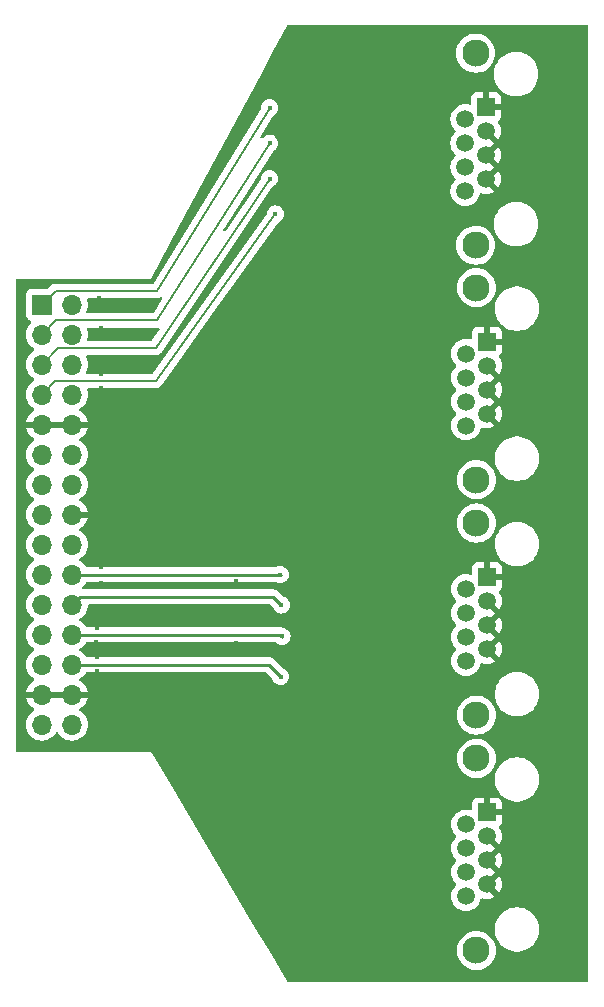
<source format=gbr>
%TF.GenerationSoftware,KiCad,Pcbnew,8.0.5-8.0.5-0~ubuntu22.04.1*%
%TF.CreationDate,2024-10-05T08:55:46-07:00*%
%TF.ProjectId,pmod_ethernet_la,706d6f64-5f65-4746-9865-726e65745f6c,rev?*%
%TF.SameCoordinates,Original*%
%TF.FileFunction,Copper,L4,Bot*%
%TF.FilePolarity,Positive*%
%FSLAX46Y46*%
G04 Gerber Fmt 4.6, Leading zero omitted, Abs format (unit mm)*
G04 Created by KiCad (PCBNEW 8.0.5-8.0.5-0~ubuntu22.04.1) date 2024-10-05 08:55:46*
%MOMM*%
%LPD*%
G01*
G04 APERTURE LIST*
%TA.AperFunction,ComponentPad*%
%ADD10R,1.700000X1.700000*%
%TD*%
%TA.AperFunction,ComponentPad*%
%ADD11O,1.700000X1.700000*%
%TD*%
%TA.AperFunction,ComponentPad*%
%ADD12R,1.500000X1.500000*%
%TD*%
%TA.AperFunction,ComponentPad*%
%ADD13C,1.500000*%
%TD*%
%TA.AperFunction,ComponentPad*%
%ADD14C,2.300000*%
%TD*%
%TA.AperFunction,ViaPad*%
%ADD15C,0.450000*%
%TD*%
%TA.AperFunction,Conductor*%
%ADD16C,0.250000*%
%TD*%
%TA.AperFunction,Conductor*%
%ADD17C,0.200000*%
%TD*%
G04 APERTURE END LIST*
D10*
%TO.P,J102,1,Pin_1*%
%TO.N,/a.DATA_3*%
X85725000Y-99160000D03*
D11*
%TO.P,J102,2,Pin_2*%
%TO.N,/d.DATA_3*%
X88265000Y-99160000D03*
%TO.P,J102,3,Pin_3*%
%TO.N,/a.DATA_2*%
X85725000Y-101700000D03*
%TO.P,J102,4,Pin_4*%
%TO.N,/d.DATA_2*%
X88265000Y-101700000D03*
%TO.P,J102,5,Pin_5*%
%TO.N,/a.DATA_1*%
X85725000Y-104240000D03*
%TO.P,J102,6,Pin_6*%
%TO.N,/d.DATA_1*%
X88265000Y-104240000D03*
%TO.P,J102,7,Pin_7*%
%TO.N,/a.DATA_0*%
X85725000Y-106780000D03*
%TO.P,J102,8,Pin_8*%
%TO.N,/d.DATA_0*%
X88265000Y-106780000D03*
%TO.P,J102,9,Pin_9*%
%TO.N,GND*%
X85725000Y-109320000D03*
%TO.P,J102,10,Pin_10*%
X88265000Y-109320000D03*
%TO.P,J102,11,Pin_11*%
%TO.N,unconnected-(J102-Pin_11-Pad11)*%
X85725000Y-111860000D03*
%TO.P,J102,12,Pin_12*%
%TO.N,unconnected-(J102-Pin_12-Pad12)*%
X88265000Y-111860000D03*
%TO.P,J102,13,Pin_13*%
%TO.N,/UFL_3*%
X85725000Y-114400000D03*
%TO.P,J102,14,Pin_14*%
%TO.N,/UFL_2*%
X88265000Y-114400000D03*
%TO.P,J102,15,Pin_15*%
%TO.N,unconnected-(J102-Pin_15-Pad15)*%
X85725000Y-116940000D03*
%TO.P,J102,16,Pin_16*%
%TO.N,GND*%
X88265000Y-116940000D03*
%TO.P,J102,17,Pin_17*%
%TO.N,/UFL_1*%
X85725000Y-119480000D03*
%TO.P,J102,18,Pin_18*%
%TO.N,/UFL_0*%
X88265000Y-119480000D03*
%TO.P,J102,19,Pin_19*%
%TO.N,/b.DATA_3*%
X85725000Y-122020000D03*
%TO.P,J102,20,Pin_20*%
%TO.N,/c.DATA_3*%
X88265000Y-122020000D03*
%TO.P,J102,21,Pin_21*%
%TO.N,/b.DATA_2*%
X85725000Y-124560000D03*
%TO.P,J102,22,Pin_22*%
%TO.N,/c.DATA_2*%
X88265000Y-124560000D03*
%TO.P,J102,23,Pin_23*%
%TO.N,/b.DATA_1*%
X85725000Y-127100000D03*
%TO.P,J102,24,Pin_24*%
%TO.N,/c.DATA_1*%
X88265000Y-127100000D03*
%TO.P,J102,25,Pin_25*%
%TO.N,/b.DATA_0*%
X85725000Y-129640000D03*
%TO.P,J102,26,Pin_26*%
%TO.N,/c.DATA_0*%
X88265000Y-129640000D03*
%TO.P,J102,27,Pin_27*%
%TO.N,GND*%
X85725000Y-132180000D03*
%TO.P,J102,28,Pin_28*%
X88265000Y-132180000D03*
%TO.P,J102,29,Pin_29*%
%TO.N,unconnected-(J102-Pin_29-Pad29)*%
X85725000Y-134720000D03*
%TO.P,J102,30,Pin_30*%
%TO.N,unconnected-(J102-Pin_30-Pad30)*%
X88265000Y-134720000D03*
%TD*%
D12*
%TO.P,J501,1*%
%TO.N,GND*%
X123415000Y-102290001D03*
D13*
%TO.P,J501,2*%
%TO.N,Net-(J501-Pad2)*%
X121635000Y-103306001D03*
%TO.P,J501,3*%
%TO.N,GND*%
X123415000Y-104322001D03*
%TO.P,J501,4*%
%TO.N,Net-(J501-Pad4)*%
X121635000Y-105338001D03*
%TO.P,J501,5*%
%TO.N,GND*%
X123415000Y-106354001D03*
%TO.P,J501,6*%
%TO.N,Net-(J501-Pad6)*%
X121635000Y-107370001D03*
%TO.P,J501,7*%
%TO.N,GND*%
X123415000Y-108386001D03*
%TO.P,J501,8*%
%TO.N,Net-(J501-Pad8)*%
X121635000Y-109402001D03*
D14*
%TO.P,J501,SH*%
%TO.N,N/C*%
X122525000Y-97720001D03*
X122525000Y-113980001D03*
%TD*%
D12*
%TO.P,J401,1*%
%TO.N,GND*%
X123415000Y-122223334D03*
D13*
%TO.P,J401,2*%
%TO.N,Net-(J401-Pad2)*%
X121635000Y-123239334D03*
%TO.P,J401,3*%
%TO.N,GND*%
X123415000Y-124255334D03*
%TO.P,J401,4*%
%TO.N,Net-(J401-Pad4)*%
X121635000Y-125271334D03*
%TO.P,J401,5*%
%TO.N,GND*%
X123415000Y-126287334D03*
%TO.P,J401,6*%
%TO.N,Net-(J401-Pad6)*%
X121635000Y-127303334D03*
%TO.P,J401,7*%
%TO.N,GND*%
X123415000Y-128319334D03*
%TO.P,J401,8*%
%TO.N,Net-(J401-Pad8)*%
X121635000Y-129335334D03*
D14*
%TO.P,J401,SH*%
%TO.N,N/C*%
X122525000Y-117653334D03*
X122525000Y-133913334D03*
%TD*%
D12*
%TO.P,J301,1*%
%TO.N,GND*%
X123415000Y-142156667D03*
D13*
%TO.P,J301,2*%
%TO.N,Net-(J301-Pad2)*%
X121635000Y-143172667D03*
%TO.P,J301,3*%
%TO.N,GND*%
X123415000Y-144188667D03*
%TO.P,J301,4*%
%TO.N,Net-(J301-Pad4)*%
X121635000Y-145204667D03*
%TO.P,J301,5*%
%TO.N,GND*%
X123415000Y-146220667D03*
%TO.P,J301,6*%
%TO.N,Net-(J301-Pad6)*%
X121635000Y-147236667D03*
%TO.P,J301,7*%
%TO.N,GND*%
X123415000Y-148252667D03*
%TO.P,J301,8*%
%TO.N,Net-(J301-Pad8)*%
X121635000Y-149268667D03*
D14*
%TO.P,J301,SH*%
%TO.N,N/C*%
X122525000Y-137586667D03*
X122525000Y-153846667D03*
%TD*%
D12*
%TO.P,J201,1*%
%TO.N,GND*%
X123345000Y-82436667D03*
D13*
%TO.P,J201,2*%
%TO.N,Net-(J201-Pad2)*%
X121565000Y-83452667D03*
%TO.P,J201,3*%
%TO.N,GND*%
X123345000Y-84468667D03*
%TO.P,J201,4*%
%TO.N,Net-(J201-Pad4)*%
X121565000Y-85484667D03*
%TO.P,J201,5*%
%TO.N,GND*%
X123345000Y-86500667D03*
%TO.P,J201,6*%
%TO.N,Net-(J201-Pad6)*%
X121565000Y-87516667D03*
%TO.P,J201,7*%
%TO.N,GND*%
X123345000Y-88532667D03*
%TO.P,J201,8*%
%TO.N,Net-(J201-Pad8)*%
X121565000Y-89548667D03*
D14*
%TO.P,J201,SH*%
%TO.N,N/C*%
X122455000Y-77866667D03*
X122455000Y-94126667D03*
%TD*%
D15*
%TO.N,GND*%
X106100000Y-132200000D03*
X106300000Y-129100000D03*
X106400000Y-126000000D03*
X106400000Y-123300000D03*
X106400000Y-120600000D03*
X106400000Y-111200000D03*
X106700000Y-108200000D03*
X106600000Y-105100000D03*
X106700000Y-100200000D03*
X106400000Y-92900000D03*
X106100000Y-81300000D03*
X106300000Y-84000000D03*
X106200000Y-86800000D03*
X106200000Y-89900000D03*
X90500000Y-113500000D03*
X90400000Y-131500000D03*
X90400000Y-130200000D03*
X90400000Y-129000000D03*
X90300000Y-127700000D03*
X90400000Y-126500000D03*
X90500000Y-124900000D03*
X90700000Y-121400000D03*
X90700000Y-122700000D03*
X90500000Y-119500000D03*
X90500000Y-116400000D03*
X90500000Y-115000000D03*
X90700000Y-107600000D03*
X90700000Y-106200000D03*
X90700000Y-105000000D03*
X90700000Y-103600000D03*
X90700000Y-101100000D03*
X90600000Y-99700000D03*
X90600000Y-98600000D03*
X102150000Y-114450001D03*
X102150000Y-117400001D03*
X102200000Y-124825000D03*
X102200000Y-127775000D03*
X102175000Y-119650000D03*
X102175000Y-122600000D03*
X102150000Y-112300000D03*
X102150000Y-109350000D03*
X102150000Y-114450001D03*
X102150000Y-117400001D03*
X102175000Y-119650000D03*
X102175000Y-122600000D03*
X102200000Y-127775000D03*
%TO.N,/c.DATA_3*%
X105900000Y-122020000D03*
%TO.N,/c.DATA_2*%
X106000000Y-124600000D03*
%TO.N,/c.DATA_1*%
X106050000Y-127250000D03*
%TO.N,/c.DATA_0*%
X105950000Y-130650000D03*
%TO.N,/a.DATA_3*%
X105000000Y-82500000D03*
%TO.N,/a.DATA_2*%
X105000000Y-85500000D03*
%TO.N,/a.DATA_1*%
X105000000Y-88500000D03*
%TO.N,/a.DATA_0*%
X105500000Y-91500000D03*
%TD*%
D16*
%TO.N,/c.DATA_2*%
X88265000Y-124560000D02*
X88925000Y-123900000D01*
X88925000Y-123900000D02*
X105300000Y-123900000D01*
X105300000Y-123900000D02*
X106000000Y-124600000D01*
%TO.N,/c.DATA_3*%
X105900000Y-122020000D02*
X105980000Y-122020000D01*
%TO.N,/c.DATA_1*%
X106050000Y-127250000D02*
X106100000Y-127300000D01*
%TO.N,/c.DATA_0*%
X105950000Y-130650000D02*
X106000000Y-130700000D01*
X104940000Y-129640000D02*
X105950000Y-130650000D01*
X88265000Y-129640000D02*
X104940000Y-129640000D01*
%TO.N,/c.DATA_1*%
X105900000Y-127100000D02*
X106050000Y-127250000D01*
X88265000Y-127100000D02*
X105900000Y-127100000D01*
%TO.N,/c.DATA_3*%
X88265000Y-122020000D02*
X105900000Y-122020000D01*
D17*
%TO.N,/a.DATA_0*%
X95370000Y-105630000D02*
X105500000Y-91500000D01*
%TO.N,/a.DATA_1*%
X95350000Y-102850000D02*
X105000000Y-88500000D01*
%TO.N,/a.DATA_2*%
X95500000Y-100500000D02*
X105000000Y-85500000D01*
%TO.N,/a.DATA_3*%
X95500000Y-98000000D02*
X105000000Y-82500000D01*
%TO.N,/a.DATA_0*%
X86875000Y-105630000D02*
X95370000Y-105630000D01*
X85725000Y-106780000D02*
X86875000Y-105630000D01*
%TO.N,/a.DATA_1*%
X87115000Y-102850000D02*
X95350000Y-102850000D01*
X85725000Y-104240000D02*
X87115000Y-102850000D01*
%TO.N,/a.DATA_2*%
X86925000Y-100500000D02*
X95500000Y-100500000D01*
X85725000Y-101700000D02*
X86925000Y-100500000D01*
%TO.N,/a.DATA_3*%
X86885000Y-98000000D02*
X95500000Y-98000000D01*
X85725000Y-99160000D02*
X86885000Y-98000000D01*
%TD*%
%TA.AperFunction,Conductor*%
%TO.N,GND*%
G36*
X87799075Y-131987007D02*
G01*
X87765000Y-132114174D01*
X87765000Y-132245826D01*
X87799075Y-132372993D01*
X87831988Y-132430000D01*
X86158012Y-132430000D01*
X86190925Y-132372993D01*
X86225000Y-132245826D01*
X86225000Y-132114174D01*
X86190925Y-131987007D01*
X86158012Y-131930000D01*
X87831988Y-131930000D01*
X87799075Y-131987007D01*
G37*
%TD.AperFunction*%
%TA.AperFunction,Conductor*%
G36*
X87799075Y-109127007D02*
G01*
X87765000Y-109254174D01*
X87765000Y-109385826D01*
X87799075Y-109512993D01*
X87831988Y-109570000D01*
X86158012Y-109570000D01*
X86190925Y-109512993D01*
X86225000Y-109385826D01*
X86225000Y-109254174D01*
X86190925Y-109127007D01*
X86158012Y-109070000D01*
X87831988Y-109070000D01*
X87799075Y-109127007D01*
G37*
%TD.AperFunction*%
%TA.AperFunction,Conductor*%
G36*
X95490221Y-101100603D02*
G01*
X95554395Y-101103235D01*
X95554406Y-101103232D01*
X95557567Y-101102948D01*
X95560221Y-101103473D01*
X95562516Y-101103568D01*
X95562501Y-101103925D01*
X95626104Y-101116526D01*
X95676421Y-101165003D01*
X95692541Y-101232988D01*
X95671612Y-101295642D01*
X95067023Y-102194696D01*
X95013278Y-102239342D01*
X94964125Y-102249500D01*
X89677503Y-102249500D01*
X89610464Y-102229815D01*
X89564709Y-102177011D01*
X89554765Y-102107853D01*
X89557728Y-102093407D01*
X89572038Y-102040001D01*
X89600063Y-101935408D01*
X89620659Y-101700000D01*
X89600063Y-101464592D01*
X89567592Y-101343408D01*
X89544331Y-101256593D01*
X89545994Y-101186743D01*
X89585157Y-101128881D01*
X89649386Y-101101377D01*
X89664106Y-101100500D01*
X95485142Y-101100500D01*
X95490221Y-101100603D01*
G37*
%TD.AperFunction*%
%TA.AperFunction,Conductor*%
G36*
X95880777Y-98557254D02*
G01*
X95923969Y-98612174D01*
X95930613Y-98681727D01*
X95913611Y-98724609D01*
X95206028Y-99841846D01*
X95153528Y-99887950D01*
X95101270Y-99899500D01*
X89604919Y-99899500D01*
X89537880Y-99879815D01*
X89492125Y-99827011D01*
X89482181Y-99757853D01*
X89492537Y-99723095D01*
X89493619Y-99720773D01*
X89538903Y-99623663D01*
X89600063Y-99395408D01*
X89620659Y-99160000D01*
X89600063Y-98924592D01*
X89583111Y-98861329D01*
X89555049Y-98756593D01*
X89556712Y-98686743D01*
X89595875Y-98628881D01*
X89660104Y-98601377D01*
X89674824Y-98600500D01*
X95490481Y-98600500D01*
X95493735Y-98600542D01*
X95506336Y-98600873D01*
X95563263Y-98602369D01*
X95563263Y-98602368D01*
X95563266Y-98602369D01*
X95563268Y-98602368D01*
X95571145Y-98601541D01*
X95579051Y-98600500D01*
X95579057Y-98600500D01*
X95646248Y-98582495D01*
X95649282Y-98581724D01*
X95717015Y-98565469D01*
X95717020Y-98565466D01*
X95724409Y-98562630D01*
X95731777Y-98559578D01*
X95731784Y-98559577D01*
X95746851Y-98550877D01*
X95814750Y-98534403D01*
X95880777Y-98557254D01*
G37*
%TD.AperFunction*%
%TA.AperFunction,Conductor*%
G36*
X131943039Y-75519685D02*
G01*
X131988794Y-75572489D01*
X132000000Y-75624000D01*
X132000000Y-156376000D01*
X131980315Y-156443039D01*
X131927511Y-156488794D01*
X131876000Y-156500000D01*
X106570829Y-156500000D01*
X106503790Y-156480315D01*
X106464020Y-156438990D01*
X104935214Y-153846667D01*
X120869396Y-153846667D01*
X120889778Y-154105657D01*
X120950427Y-154358277D01*
X121049843Y-154598290D01*
X121049845Y-154598294D01*
X121049846Y-154598295D01*
X121185588Y-154819807D01*
X121354311Y-155017356D01*
X121551860Y-155186079D01*
X121773372Y-155321821D01*
X121773374Y-155321821D01*
X121773376Y-155321823D01*
X121834693Y-155347221D01*
X122013390Y-155421240D01*
X122266006Y-155481888D01*
X122525000Y-155502271D01*
X122783994Y-155481888D01*
X123036610Y-155421240D01*
X123276628Y-155321821D01*
X123498140Y-155186079D01*
X123695689Y-155017356D01*
X123864412Y-154819807D01*
X124000154Y-154598295D01*
X124099573Y-154358277D01*
X124160221Y-154105661D01*
X124180604Y-153846667D01*
X124160221Y-153587673D01*
X124099573Y-153335057D01*
X124000154Y-153095039D01*
X123864412Y-152873527D01*
X123695689Y-152675978D01*
X123498140Y-152507255D01*
X123276628Y-152371513D01*
X123276627Y-152371512D01*
X123276623Y-152371510D01*
X123110627Y-152302753D01*
X123036610Y-152272094D01*
X123036611Y-152272094D01*
X122898921Y-152239037D01*
X122783994Y-152211446D01*
X122783992Y-152211445D01*
X122783991Y-152211445D01*
X122525000Y-152191063D01*
X122266009Y-152211445D01*
X122013389Y-152272094D01*
X121773376Y-152371510D01*
X121551859Y-152507255D01*
X121354311Y-152675978D01*
X121185588Y-152873526D01*
X121049843Y-153095043D01*
X120950427Y-153335056D01*
X120889778Y-153587676D01*
X120869396Y-153846667D01*
X104935214Y-153846667D01*
X103812970Y-151943732D01*
X124079500Y-151943732D01*
X124079500Y-152189601D01*
X124103450Y-152371510D01*
X124111591Y-152433344D01*
X124175222Y-152670819D01*
X124175225Y-152670829D01*
X124259186Y-152873527D01*
X124269306Y-152897959D01*
X124392233Y-153110875D01*
X124392235Y-153110878D01*
X124392236Y-153110879D01*
X124541897Y-153305921D01*
X124541903Y-153305928D01*
X124715738Y-153479763D01*
X124715744Y-153479768D01*
X124910792Y-153629434D01*
X125123708Y-153752361D01*
X125350847Y-153846445D01*
X125588323Y-153910076D01*
X125832073Y-153942167D01*
X125832080Y-153942167D01*
X126077920Y-153942167D01*
X126077927Y-153942167D01*
X126321677Y-153910076D01*
X126559153Y-153846445D01*
X126786292Y-153752361D01*
X126999208Y-153629434D01*
X127194256Y-153479768D01*
X127368101Y-153305923D01*
X127517767Y-153110875D01*
X127640694Y-152897959D01*
X127734778Y-152670820D01*
X127798409Y-152433344D01*
X127830500Y-152189594D01*
X127830500Y-151943740D01*
X127798409Y-151699990D01*
X127734778Y-151462514D01*
X127640694Y-151235375D01*
X127517767Y-151022459D01*
X127368101Y-150827411D01*
X127368096Y-150827405D01*
X127194261Y-150653570D01*
X127194254Y-150653564D01*
X126999212Y-150503903D01*
X126999211Y-150503902D01*
X126999208Y-150503900D01*
X126786292Y-150380973D01*
X126786285Y-150380970D01*
X126559162Y-150286892D01*
X126559155Y-150286890D01*
X126559153Y-150286889D01*
X126321677Y-150223258D01*
X126280939Y-150217894D01*
X126077934Y-150191167D01*
X126077927Y-150191167D01*
X125832073Y-150191167D01*
X125832065Y-150191167D01*
X125600059Y-150221712D01*
X125588323Y-150223258D01*
X125350847Y-150286889D01*
X125350837Y-150286892D01*
X125123714Y-150380970D01*
X125123705Y-150380974D01*
X124910787Y-150503903D01*
X124715745Y-150653564D01*
X124715738Y-150653570D01*
X124541903Y-150827405D01*
X124541897Y-150827412D01*
X124392236Y-151022454D01*
X124269307Y-151235372D01*
X124269303Y-151235381D01*
X124175225Y-151462504D01*
X124175222Y-151462514D01*
X124111592Y-151699987D01*
X124111590Y-151699998D01*
X124079500Y-151943732D01*
X103812970Y-151943732D01*
X98640289Y-143172664D01*
X120379723Y-143172664D01*
X120379723Y-143172669D01*
X120398793Y-143390642D01*
X120398793Y-143390646D01*
X120455422Y-143601989D01*
X120455424Y-143601993D01*
X120455425Y-143601997D01*
X120501661Y-143701151D01*
X120547897Y-143800305D01*
X120547898Y-143800306D01*
X120673402Y-143979544D01*
X120673406Y-143979548D01*
X120794843Y-144100985D01*
X120828328Y-144162308D01*
X120823344Y-144232000D01*
X120794844Y-144276347D01*
X120673400Y-144397791D01*
X120547900Y-144577024D01*
X120547898Y-144577028D01*
X120455426Y-144775335D01*
X120455422Y-144775344D01*
X120398793Y-144986687D01*
X120398793Y-144986691D01*
X120379723Y-145204664D01*
X120379723Y-145204669D01*
X120398793Y-145422642D01*
X120398793Y-145422646D01*
X120455422Y-145633989D01*
X120455424Y-145633993D01*
X120455425Y-145633997D01*
X120501661Y-145733151D01*
X120547897Y-145832305D01*
X120547898Y-145832306D01*
X120673402Y-146011544D01*
X120673406Y-146011548D01*
X120794843Y-146132985D01*
X120828328Y-146194308D01*
X120823344Y-146264000D01*
X120794844Y-146308347D01*
X120673400Y-146429791D01*
X120547900Y-146609024D01*
X120547898Y-146609028D01*
X120455426Y-146807335D01*
X120455422Y-146807344D01*
X120398793Y-147018687D01*
X120398793Y-147018691D01*
X120379723Y-147236664D01*
X120379723Y-147236669D01*
X120398793Y-147454642D01*
X120398793Y-147454646D01*
X120455422Y-147665989D01*
X120455424Y-147665993D01*
X120455425Y-147665997D01*
X120501661Y-147765151D01*
X120547897Y-147864305D01*
X120547898Y-147864306D01*
X120673402Y-148043544D01*
X120673406Y-148043548D01*
X120794843Y-148164985D01*
X120828328Y-148226308D01*
X120823344Y-148296000D01*
X120794844Y-148340347D01*
X120673400Y-148461791D01*
X120547900Y-148641024D01*
X120547898Y-148641028D01*
X120455426Y-148839335D01*
X120455422Y-148839344D01*
X120398793Y-149050687D01*
X120398793Y-149050690D01*
X120379723Y-149268667D01*
X120393992Y-149431772D01*
X120398793Y-149486642D01*
X120398793Y-149486646D01*
X120455422Y-149697989D01*
X120455424Y-149697993D01*
X120455425Y-149697997D01*
X120501661Y-149797151D01*
X120547897Y-149896305D01*
X120547898Y-149896306D01*
X120673402Y-150075544D01*
X120828123Y-150230265D01*
X121007361Y-150355769D01*
X121205670Y-150448242D01*
X121417023Y-150504874D01*
X121599926Y-150520875D01*
X121634998Y-150523944D01*
X121635000Y-150523944D01*
X121635002Y-150523944D01*
X121663254Y-150521472D01*
X121852977Y-150504874D01*
X122064330Y-150448242D01*
X122262639Y-150355769D01*
X122441877Y-150230265D01*
X122596598Y-150075544D01*
X122722102Y-149896306D01*
X122814575Y-149697997D01*
X122860511Y-149526559D01*
X122896875Y-149466902D01*
X122959721Y-149436372D01*
X123012378Y-149438880D01*
X123197106Y-149488377D01*
X123197115Y-149488379D01*
X123414999Y-149507442D01*
X123415001Y-149507442D01*
X123632884Y-149488379D01*
X123632894Y-149488377D01*
X123844150Y-149431772D01*
X123844164Y-149431767D01*
X124042383Y-149339336D01*
X124042385Y-149339335D01*
X124104570Y-149295791D01*
X123499501Y-148690722D01*
X123586764Y-148667341D01*
X123688236Y-148608756D01*
X123771089Y-148525903D01*
X123829674Y-148424431D01*
X123853055Y-148337169D01*
X124458124Y-148942237D01*
X124501668Y-148880052D01*
X124501669Y-148880050D01*
X124594100Y-148681831D01*
X124594105Y-148681817D01*
X124650710Y-148470561D01*
X124650712Y-148470551D01*
X124669775Y-148252667D01*
X124669775Y-148252666D01*
X124650712Y-148034782D01*
X124650710Y-148034772D01*
X124594105Y-147823516D01*
X124594101Y-147823507D01*
X124501667Y-147625281D01*
X124501666Y-147625279D01*
X124458124Y-147563095D01*
X124458124Y-147563094D01*
X123853055Y-148168163D01*
X123829674Y-148080903D01*
X123771089Y-147979431D01*
X123688236Y-147896578D01*
X123586764Y-147837993D01*
X123499502Y-147814611D01*
X124077446Y-147236667D01*
X123499501Y-146658722D01*
X123586764Y-146635341D01*
X123688236Y-146576756D01*
X123771089Y-146493903D01*
X123829674Y-146392431D01*
X123853055Y-146305169D01*
X124458124Y-146910237D01*
X124501668Y-146848052D01*
X124501669Y-146848050D01*
X124594100Y-146649831D01*
X124594105Y-146649817D01*
X124650710Y-146438561D01*
X124650712Y-146438551D01*
X124669775Y-146220667D01*
X124669775Y-146220666D01*
X124650712Y-146002782D01*
X124650710Y-146002772D01*
X124594105Y-145791516D01*
X124594101Y-145791507D01*
X124501667Y-145593281D01*
X124501666Y-145593279D01*
X124458124Y-145531095D01*
X124458124Y-145531094D01*
X123853055Y-146136163D01*
X123829674Y-146048903D01*
X123771089Y-145947431D01*
X123688236Y-145864578D01*
X123586764Y-145805993D01*
X123499502Y-145782611D01*
X124077446Y-145204667D01*
X123499501Y-144626722D01*
X123586764Y-144603341D01*
X123688236Y-144544756D01*
X123771089Y-144461903D01*
X123829674Y-144360431D01*
X123853055Y-144273168D01*
X124458124Y-144878237D01*
X124501668Y-144816052D01*
X124501669Y-144816050D01*
X124594100Y-144617831D01*
X124594105Y-144617817D01*
X124650710Y-144406561D01*
X124650712Y-144406551D01*
X124669775Y-144188667D01*
X124669775Y-144188666D01*
X124650712Y-143970782D01*
X124650710Y-143970772D01*
X124594105Y-143759516D01*
X124594101Y-143759507D01*
X124501666Y-143561279D01*
X124501662Y-143561273D01*
X124440989Y-143474623D01*
X124418661Y-143408417D01*
X124435671Y-143340650D01*
X124468253Y-143304232D01*
X124522189Y-143263855D01*
X124522190Y-143263854D01*
X124608350Y-143148760D01*
X124608354Y-143148753D01*
X124658596Y-143014046D01*
X124658598Y-143014039D01*
X124664999Y-142954511D01*
X124665000Y-142954494D01*
X124665000Y-142406667D01*
X123784504Y-142406667D01*
X123829674Y-142328431D01*
X123860000Y-142215252D01*
X123860000Y-142098082D01*
X123829674Y-141984903D01*
X123784504Y-141906667D01*
X124665000Y-141906667D01*
X124665000Y-141358839D01*
X124664999Y-141358822D01*
X124658598Y-141299294D01*
X124658596Y-141299287D01*
X124608354Y-141164580D01*
X124608350Y-141164573D01*
X124522190Y-141049479D01*
X124522187Y-141049476D01*
X124407093Y-140963316D01*
X124407086Y-140963312D01*
X124272379Y-140913070D01*
X124272372Y-140913068D01*
X124212844Y-140906667D01*
X123665000Y-140906667D01*
X123665000Y-141787162D01*
X123586764Y-141741993D01*
X123473585Y-141711667D01*
X123356415Y-141711667D01*
X123243236Y-141741993D01*
X123165000Y-141787162D01*
X123165000Y-140906667D01*
X122617155Y-140906667D01*
X122557627Y-140913068D01*
X122557620Y-140913070D01*
X122422913Y-140963312D01*
X122422906Y-140963316D01*
X122307812Y-141049476D01*
X122307809Y-141049479D01*
X122221649Y-141164573D01*
X122221645Y-141164580D01*
X122171403Y-141299287D01*
X122171401Y-141299294D01*
X122165000Y-141358822D01*
X122165000Y-141858466D01*
X122145315Y-141925505D01*
X122092511Y-141971260D01*
X122023353Y-141981204D01*
X122008907Y-141978241D01*
X121852977Y-141936460D01*
X121635002Y-141917390D01*
X121634998Y-141917390D01*
X121489682Y-141930103D01*
X121417023Y-141936460D01*
X121417020Y-141936460D01*
X121205677Y-141993089D01*
X121205668Y-141993093D01*
X121007361Y-142085565D01*
X121007357Y-142085567D01*
X120828121Y-142211069D01*
X120673402Y-142365788D01*
X120547900Y-142545024D01*
X120547898Y-142545028D01*
X120455426Y-142743335D01*
X120455422Y-142743344D01*
X120398793Y-142954687D01*
X120398793Y-142954691D01*
X120379723Y-143172664D01*
X98640289Y-143172664D01*
X96323226Y-139243732D01*
X124079500Y-139243732D01*
X124079500Y-139489601D01*
X124106227Y-139692606D01*
X124111591Y-139733344D01*
X124111592Y-139733346D01*
X124175222Y-139970819D01*
X124175225Y-139970829D01*
X124269303Y-140197952D01*
X124269306Y-140197959D01*
X124392233Y-140410875D01*
X124392235Y-140410878D01*
X124392236Y-140410879D01*
X124541897Y-140605921D01*
X124541903Y-140605928D01*
X124715738Y-140779763D01*
X124715744Y-140779768D01*
X124910792Y-140929434D01*
X125123708Y-141052361D01*
X125350847Y-141146445D01*
X125588323Y-141210076D01*
X125832073Y-141242167D01*
X125832080Y-141242167D01*
X126077920Y-141242167D01*
X126077927Y-141242167D01*
X126321677Y-141210076D01*
X126559153Y-141146445D01*
X126786292Y-141052361D01*
X126999208Y-140929434D01*
X127194256Y-140779768D01*
X127368101Y-140605923D01*
X127517767Y-140410875D01*
X127640694Y-140197959D01*
X127734778Y-139970820D01*
X127798409Y-139733344D01*
X127830500Y-139489594D01*
X127830500Y-139243740D01*
X127830306Y-139242270D01*
X127819638Y-139161239D01*
X127798409Y-138999990D01*
X127734778Y-138762514D01*
X127732641Y-138757356D01*
X127640696Y-138535381D01*
X127640694Y-138535375D01*
X127517767Y-138322459D01*
X127368101Y-138127411D01*
X127368096Y-138127405D01*
X127194261Y-137953570D01*
X127194254Y-137953564D01*
X126999212Y-137803903D01*
X126999211Y-137803902D01*
X126999208Y-137803900D01*
X126786292Y-137680973D01*
X126786285Y-137680970D01*
X126559162Y-137586892D01*
X126559155Y-137586890D01*
X126559153Y-137586889D01*
X126321677Y-137523258D01*
X126280939Y-137517894D01*
X126077934Y-137491167D01*
X126077927Y-137491167D01*
X125832073Y-137491167D01*
X125832065Y-137491167D01*
X125600059Y-137521712D01*
X125588323Y-137523258D01*
X125351676Y-137586667D01*
X125350847Y-137586889D01*
X125350837Y-137586892D01*
X125123714Y-137680970D01*
X125123705Y-137680974D01*
X124910787Y-137803903D01*
X124715745Y-137953564D01*
X124715738Y-137953570D01*
X124541903Y-138127405D01*
X124541897Y-138127412D01*
X124392236Y-138322454D01*
X124269307Y-138535372D01*
X124269303Y-138535381D01*
X124175225Y-138762504D01*
X124175222Y-138762514D01*
X124111592Y-138999987D01*
X124111590Y-138999998D01*
X124079500Y-139243732D01*
X96323226Y-139243732D01*
X95345983Y-137586667D01*
X120869396Y-137586667D01*
X120889778Y-137845657D01*
X120950427Y-138098277D01*
X121049843Y-138338290D01*
X121049845Y-138338294D01*
X121049846Y-138338295D01*
X121185588Y-138559807D01*
X121354311Y-138757356D01*
X121551860Y-138926079D01*
X121773372Y-139061821D01*
X121773374Y-139061821D01*
X121773376Y-139061823D01*
X121834693Y-139087221D01*
X122013390Y-139161240D01*
X122266006Y-139221888D01*
X122525000Y-139242271D01*
X122783994Y-139221888D01*
X123036610Y-139161240D01*
X123276628Y-139061821D01*
X123498140Y-138926079D01*
X123695689Y-138757356D01*
X123864412Y-138559807D01*
X124000154Y-138338295D01*
X124099573Y-138098277D01*
X124160221Y-137845661D01*
X124180604Y-137586667D01*
X124160221Y-137327673D01*
X124099573Y-137075057D01*
X124000154Y-136835039D01*
X123864412Y-136613527D01*
X123695689Y-136415978D01*
X123498140Y-136247255D01*
X123276628Y-136111513D01*
X123276627Y-136111512D01*
X123276623Y-136111510D01*
X123110627Y-136042753D01*
X123036610Y-136012094D01*
X123036611Y-136012094D01*
X122898921Y-135979037D01*
X122783994Y-135951446D01*
X122783992Y-135951445D01*
X122783991Y-135951445D01*
X122525000Y-135931063D01*
X122266009Y-135951445D01*
X122013389Y-136012094D01*
X121773376Y-136111510D01*
X121551859Y-136247255D01*
X121354311Y-136415978D01*
X121185588Y-136613526D01*
X121049843Y-136835043D01*
X120950427Y-137075056D01*
X120889778Y-137327676D01*
X120869396Y-137586667D01*
X95345983Y-137586667D01*
X95000000Y-137000000D01*
X83624000Y-137000000D01*
X83556961Y-136980315D01*
X83511206Y-136927511D01*
X83500000Y-136876000D01*
X83500000Y-101699999D01*
X84369341Y-101699999D01*
X84369341Y-101700000D01*
X84389936Y-101935403D01*
X84389938Y-101935413D01*
X84451094Y-102163655D01*
X84451096Y-102163659D01*
X84451097Y-102163663D01*
X84502127Y-102273097D01*
X84550965Y-102377830D01*
X84550967Y-102377834D01*
X84635896Y-102499124D01*
X84664518Y-102540001D01*
X84686501Y-102571395D01*
X84686506Y-102571402D01*
X84853597Y-102738493D01*
X84853603Y-102738498D01*
X85039158Y-102868425D01*
X85082783Y-102923002D01*
X85089977Y-102992500D01*
X85058454Y-103054855D01*
X85039158Y-103071575D01*
X84853597Y-103201505D01*
X84686505Y-103368597D01*
X84550965Y-103562169D01*
X84550964Y-103562171D01*
X84451098Y-103776335D01*
X84451094Y-103776344D01*
X84389938Y-104004586D01*
X84389936Y-104004596D01*
X84369341Y-104239999D01*
X84369341Y-104240000D01*
X84389936Y-104475403D01*
X84389938Y-104475413D01*
X84451094Y-104703655D01*
X84451096Y-104703659D01*
X84451097Y-104703663D01*
X84546693Y-104908669D01*
X84550965Y-104917830D01*
X84550967Y-104917834D01*
X84686501Y-105111395D01*
X84686506Y-105111402D01*
X84853597Y-105278493D01*
X84853603Y-105278498D01*
X85039158Y-105408425D01*
X85082783Y-105463002D01*
X85089977Y-105532500D01*
X85058454Y-105594855D01*
X85039158Y-105611575D01*
X84853597Y-105741505D01*
X84686505Y-105908597D01*
X84550965Y-106102169D01*
X84550964Y-106102171D01*
X84451098Y-106316335D01*
X84451094Y-106316344D01*
X84389938Y-106544586D01*
X84389936Y-106544596D01*
X84369341Y-106779999D01*
X84369341Y-106780000D01*
X84389936Y-107015403D01*
X84389938Y-107015413D01*
X84451094Y-107243655D01*
X84451096Y-107243659D01*
X84451097Y-107243663D01*
X84531004Y-107415023D01*
X84550965Y-107457830D01*
X84550967Y-107457834D01*
X84642094Y-107587976D01*
X84686501Y-107651396D01*
X84686506Y-107651402D01*
X84853597Y-107818493D01*
X84853603Y-107818498D01*
X85039594Y-107948730D01*
X85083219Y-108003307D01*
X85090413Y-108072805D01*
X85058890Y-108135160D01*
X85039595Y-108151880D01*
X84853922Y-108281890D01*
X84853920Y-108281891D01*
X84686891Y-108448920D01*
X84686886Y-108448926D01*
X84551400Y-108642420D01*
X84551399Y-108642422D01*
X84451570Y-108856507D01*
X84451567Y-108856513D01*
X84394364Y-109069999D01*
X84394364Y-109070000D01*
X85291988Y-109070000D01*
X85259075Y-109127007D01*
X85225000Y-109254174D01*
X85225000Y-109385826D01*
X85259075Y-109512993D01*
X85291988Y-109570000D01*
X84394364Y-109570000D01*
X84451567Y-109783486D01*
X84451570Y-109783492D01*
X84551399Y-109997578D01*
X84686894Y-110191082D01*
X84853917Y-110358105D01*
X85039595Y-110488119D01*
X85083219Y-110542696D01*
X85090412Y-110612195D01*
X85058890Y-110674549D01*
X85039595Y-110691269D01*
X84853594Y-110821508D01*
X84686505Y-110988597D01*
X84550965Y-111182169D01*
X84550964Y-111182171D01*
X84451098Y-111396335D01*
X84451094Y-111396344D01*
X84389938Y-111624586D01*
X84389936Y-111624596D01*
X84369341Y-111859999D01*
X84369341Y-111860000D01*
X84389936Y-112095403D01*
X84389938Y-112095413D01*
X84451094Y-112323655D01*
X84451096Y-112323659D01*
X84451097Y-112323663D01*
X84489225Y-112405428D01*
X84550965Y-112537830D01*
X84550967Y-112537834D01*
X84659281Y-112692521D01*
X84686501Y-112731396D01*
X84686506Y-112731402D01*
X84853597Y-112898493D01*
X84853603Y-112898498D01*
X85039158Y-113028425D01*
X85082783Y-113083002D01*
X85089977Y-113152500D01*
X85058454Y-113214855D01*
X85039158Y-113231575D01*
X84853597Y-113361505D01*
X84686505Y-113528597D01*
X84550965Y-113722169D01*
X84550964Y-113722171D01*
X84451098Y-113936335D01*
X84451094Y-113936344D01*
X84389938Y-114164586D01*
X84389936Y-114164596D01*
X84369341Y-114399999D01*
X84369341Y-114400000D01*
X84389936Y-114635403D01*
X84389938Y-114635413D01*
X84451094Y-114863655D01*
X84451096Y-114863659D01*
X84451097Y-114863663D01*
X84531004Y-115035023D01*
X84550965Y-115077830D01*
X84550967Y-115077834D01*
X84601981Y-115150689D01*
X84686501Y-115271396D01*
X84686506Y-115271402D01*
X84853597Y-115438493D01*
X84853603Y-115438498D01*
X85039158Y-115568425D01*
X85082783Y-115623002D01*
X85089977Y-115692500D01*
X85058454Y-115754855D01*
X85039158Y-115771575D01*
X84853597Y-115901505D01*
X84686505Y-116068597D01*
X84550965Y-116262169D01*
X84550964Y-116262171D01*
X84451098Y-116476335D01*
X84451094Y-116476344D01*
X84389938Y-116704586D01*
X84389936Y-116704596D01*
X84369341Y-116939999D01*
X84369341Y-116940000D01*
X84389936Y-117175403D01*
X84389938Y-117175413D01*
X84451094Y-117403655D01*
X84451096Y-117403659D01*
X84451097Y-117403663D01*
X84534155Y-117581781D01*
X84550965Y-117617830D01*
X84550967Y-117617834D01*
X84641857Y-117747637D01*
X84686501Y-117811396D01*
X84686506Y-117811402D01*
X84853597Y-117978493D01*
X84853603Y-117978498D01*
X85039158Y-118108425D01*
X85082783Y-118163002D01*
X85089977Y-118232500D01*
X85058454Y-118294855D01*
X85039158Y-118311575D01*
X84853597Y-118441505D01*
X84686505Y-118608597D01*
X84550965Y-118802169D01*
X84550964Y-118802171D01*
X84451098Y-119016335D01*
X84451094Y-119016344D01*
X84389938Y-119244586D01*
X84389936Y-119244596D01*
X84369341Y-119479999D01*
X84369341Y-119480000D01*
X84389936Y-119715403D01*
X84389938Y-119715413D01*
X84451094Y-119943655D01*
X84451096Y-119943659D01*
X84451097Y-119943663D01*
X84455000Y-119952032D01*
X84550965Y-120157830D01*
X84550967Y-120157834D01*
X84625744Y-120264626D01*
X84686501Y-120351396D01*
X84686506Y-120351402D01*
X84853597Y-120518493D01*
X84853603Y-120518498D01*
X85039158Y-120648425D01*
X85082783Y-120703002D01*
X85089977Y-120772500D01*
X85058454Y-120834855D01*
X85039158Y-120851575D01*
X84853597Y-120981505D01*
X84686505Y-121148597D01*
X84550965Y-121342169D01*
X84550964Y-121342171D01*
X84451098Y-121556335D01*
X84451094Y-121556344D01*
X84389938Y-121784586D01*
X84389936Y-121784596D01*
X84369341Y-122019999D01*
X84369341Y-122020000D01*
X84389936Y-122255403D01*
X84389938Y-122255413D01*
X84451094Y-122483655D01*
X84451096Y-122483659D01*
X84451097Y-122483663D01*
X84526563Y-122645500D01*
X84550965Y-122697830D01*
X84550967Y-122697834D01*
X84629509Y-122810002D01*
X84686501Y-122891396D01*
X84686506Y-122891402D01*
X84853597Y-123058493D01*
X84853603Y-123058498D01*
X85039158Y-123188425D01*
X85082783Y-123243002D01*
X85089977Y-123312500D01*
X85058454Y-123374855D01*
X85039158Y-123391575D01*
X84853597Y-123521505D01*
X84686505Y-123688597D01*
X84550965Y-123882169D01*
X84550964Y-123882171D01*
X84451098Y-124096335D01*
X84451094Y-124096344D01*
X84389938Y-124324586D01*
X84389936Y-124324596D01*
X84369341Y-124559999D01*
X84369341Y-124560000D01*
X84389936Y-124795403D01*
X84389938Y-124795413D01*
X84451094Y-125023655D01*
X84451096Y-125023659D01*
X84451097Y-125023663D01*
X84465805Y-125055204D01*
X84550965Y-125237830D01*
X84550967Y-125237834D01*
X84602750Y-125311787D01*
X84686501Y-125431396D01*
X84686506Y-125431402D01*
X84853597Y-125598493D01*
X84853603Y-125598498D01*
X85039158Y-125728425D01*
X85082783Y-125783002D01*
X85089977Y-125852500D01*
X85058454Y-125914855D01*
X85039158Y-125931575D01*
X84853597Y-126061505D01*
X84686505Y-126228597D01*
X84550965Y-126422169D01*
X84550964Y-126422171D01*
X84451098Y-126636335D01*
X84451094Y-126636344D01*
X84389938Y-126864586D01*
X84389936Y-126864596D01*
X84369341Y-127099999D01*
X84369341Y-127100000D01*
X84389936Y-127335403D01*
X84389938Y-127335413D01*
X84451094Y-127563655D01*
X84451096Y-127563659D01*
X84451097Y-127563663D01*
X84517099Y-127705204D01*
X84550965Y-127777830D01*
X84550967Y-127777834D01*
X84618538Y-127874334D01*
X84686501Y-127971396D01*
X84686506Y-127971402D01*
X84853597Y-128138493D01*
X84853603Y-128138498D01*
X85039158Y-128268425D01*
X85082783Y-128323002D01*
X85089977Y-128392500D01*
X85058454Y-128454855D01*
X85039158Y-128471575D01*
X84853597Y-128601505D01*
X84686505Y-128768597D01*
X84550965Y-128962169D01*
X84550964Y-128962171D01*
X84451098Y-129176335D01*
X84451094Y-129176344D01*
X84389938Y-129404586D01*
X84389936Y-129404596D01*
X84369341Y-129639999D01*
X84369341Y-129640000D01*
X84389936Y-129875403D01*
X84389938Y-129875413D01*
X84451094Y-130103655D01*
X84451096Y-130103659D01*
X84451097Y-130103663D01*
X84493593Y-130194795D01*
X84550965Y-130317830D01*
X84550967Y-130317834D01*
X84624211Y-130422436D01*
X84686501Y-130511396D01*
X84686506Y-130511402D01*
X84853597Y-130678493D01*
X84853603Y-130678498D01*
X85039594Y-130808730D01*
X85083219Y-130863307D01*
X85090413Y-130932805D01*
X85058890Y-130995160D01*
X85039595Y-131011880D01*
X84853922Y-131141890D01*
X84853920Y-131141891D01*
X84686891Y-131308920D01*
X84686886Y-131308926D01*
X84551400Y-131502420D01*
X84551399Y-131502422D01*
X84451570Y-131716507D01*
X84451567Y-131716513D01*
X84394364Y-131929999D01*
X84394364Y-131930000D01*
X85291988Y-131930000D01*
X85259075Y-131987007D01*
X85225000Y-132114174D01*
X85225000Y-132245826D01*
X85259075Y-132372993D01*
X85291988Y-132430000D01*
X84394364Y-132430000D01*
X84451567Y-132643486D01*
X84451570Y-132643492D01*
X84551399Y-132857578D01*
X84686894Y-133051082D01*
X84853917Y-133218105D01*
X85039595Y-133348119D01*
X85083219Y-133402696D01*
X85090412Y-133472195D01*
X85058890Y-133534549D01*
X85039595Y-133551269D01*
X84853594Y-133681508D01*
X84686505Y-133848597D01*
X84550965Y-134042169D01*
X84550964Y-134042171D01*
X84451098Y-134256335D01*
X84451094Y-134256344D01*
X84389938Y-134484586D01*
X84389936Y-134484596D01*
X84369341Y-134719999D01*
X84369341Y-134720000D01*
X84389936Y-134955403D01*
X84389938Y-134955413D01*
X84451094Y-135183655D01*
X84451096Y-135183659D01*
X84451097Y-135183663D01*
X84455000Y-135192032D01*
X84550965Y-135397830D01*
X84550967Y-135397834D01*
X84656504Y-135548555D01*
X84686505Y-135591401D01*
X84853599Y-135758495D01*
X84950384Y-135826265D01*
X85047165Y-135894032D01*
X85047167Y-135894033D01*
X85047170Y-135894035D01*
X85261337Y-135993903D01*
X85489592Y-136055063D01*
X85677918Y-136071539D01*
X85724999Y-136075659D01*
X85725000Y-136075659D01*
X85725001Y-136075659D01*
X85764234Y-136072226D01*
X85960408Y-136055063D01*
X86188663Y-135993903D01*
X86402830Y-135894035D01*
X86596401Y-135758495D01*
X86763495Y-135591401D01*
X86893425Y-135405842D01*
X86948002Y-135362217D01*
X87017500Y-135355023D01*
X87079855Y-135386546D01*
X87096575Y-135405842D01*
X87226500Y-135591395D01*
X87226505Y-135591401D01*
X87393599Y-135758495D01*
X87490384Y-135826265D01*
X87587165Y-135894032D01*
X87587167Y-135894033D01*
X87587170Y-135894035D01*
X87801337Y-135993903D01*
X88029592Y-136055063D01*
X88217918Y-136071539D01*
X88264999Y-136075659D01*
X88265000Y-136075659D01*
X88265001Y-136075659D01*
X88304234Y-136072226D01*
X88500408Y-136055063D01*
X88728663Y-135993903D01*
X88942830Y-135894035D01*
X89136401Y-135758495D01*
X89303495Y-135591401D01*
X89439035Y-135397830D01*
X89538903Y-135183663D01*
X89600063Y-134955408D01*
X89620659Y-134720000D01*
X89600063Y-134484592D01*
X89538903Y-134256337D01*
X89439035Y-134042171D01*
X89433425Y-134034158D01*
X89348823Y-133913334D01*
X120869396Y-133913334D01*
X120889778Y-134172324D01*
X120950427Y-134424944D01*
X121049843Y-134664957D01*
X121049845Y-134664961D01*
X121049846Y-134664962D01*
X121185588Y-134886474D01*
X121354311Y-135084023D01*
X121551860Y-135252746D01*
X121773372Y-135388488D01*
X121773374Y-135388488D01*
X121773376Y-135388490D01*
X121795935Y-135397834D01*
X122013390Y-135487907D01*
X122266006Y-135548555D01*
X122525000Y-135568938D01*
X122783994Y-135548555D01*
X123036610Y-135487907D01*
X123276628Y-135388488D01*
X123498140Y-135252746D01*
X123695689Y-135084023D01*
X123864412Y-134886474D01*
X124000154Y-134664962D01*
X124099573Y-134424944D01*
X124160221Y-134172328D01*
X124180604Y-133913334D01*
X124160221Y-133654340D01*
X124099573Y-133401724D01*
X124000154Y-133161706D01*
X123864412Y-132940194D01*
X123695689Y-132742645D01*
X123498140Y-132573922D01*
X123276628Y-132438180D01*
X123276627Y-132438179D01*
X123276623Y-132438177D01*
X123110627Y-132369420D01*
X123036610Y-132338761D01*
X123036611Y-132338761D01*
X122898921Y-132305704D01*
X122783994Y-132278113D01*
X122783992Y-132278112D01*
X122783991Y-132278112D01*
X122525000Y-132257730D01*
X122266009Y-132278112D01*
X122013389Y-132338761D01*
X121773376Y-132438177D01*
X121551859Y-132573922D01*
X121354311Y-132742645D01*
X121185588Y-132940193D01*
X121049843Y-133161710D01*
X120950427Y-133401723D01*
X120889778Y-133654343D01*
X120869396Y-133913334D01*
X89348823Y-133913334D01*
X89303494Y-133848597D01*
X89136402Y-133681506D01*
X89136401Y-133681505D01*
X88950405Y-133551269D01*
X88906781Y-133496692D01*
X88899588Y-133427193D01*
X88931110Y-133364839D01*
X88950405Y-133348119D01*
X89136082Y-133218105D01*
X89303105Y-133051082D01*
X89438600Y-132857578D01*
X89538429Y-132643492D01*
X89538432Y-132643486D01*
X89595636Y-132430000D01*
X88698012Y-132430000D01*
X88730925Y-132372993D01*
X88765000Y-132245826D01*
X88765000Y-132114174D01*
X88737193Y-132010399D01*
X124079500Y-132010399D01*
X124079500Y-132256268D01*
X124094868Y-132372993D01*
X124111591Y-132500011D01*
X124159819Y-132680000D01*
X124175222Y-132737486D01*
X124175225Y-132737496D01*
X124259186Y-132940194D01*
X124269306Y-132964626D01*
X124392233Y-133177542D01*
X124392235Y-133177545D01*
X124392236Y-133177546D01*
X124541897Y-133372588D01*
X124541903Y-133372595D01*
X124715738Y-133546430D01*
X124715745Y-133546436D01*
X124830335Y-133634364D01*
X124910792Y-133696101D01*
X125123708Y-133819028D01*
X125350847Y-133913112D01*
X125588323Y-133976743D01*
X125832073Y-134008834D01*
X125832080Y-134008834D01*
X126077920Y-134008834D01*
X126077927Y-134008834D01*
X126321677Y-133976743D01*
X126559153Y-133913112D01*
X126786292Y-133819028D01*
X126999208Y-133696101D01*
X127194256Y-133546435D01*
X127368101Y-133372590D01*
X127517767Y-133177542D01*
X127640694Y-132964626D01*
X127734778Y-132737487D01*
X127798409Y-132500011D01*
X127830500Y-132256261D01*
X127830500Y-132010407D01*
X127798409Y-131766657D01*
X127734778Y-131529181D01*
X127640694Y-131302042D01*
X127517767Y-131089126D01*
X127416615Y-130957302D01*
X127368102Y-130894079D01*
X127368096Y-130894072D01*
X127194261Y-130720237D01*
X127194254Y-130720231D01*
X126999212Y-130570570D01*
X126999211Y-130570569D01*
X126999208Y-130570567D01*
X126786292Y-130447640D01*
X126786285Y-130447637D01*
X126559162Y-130353559D01*
X126559155Y-130353557D01*
X126559153Y-130353556D01*
X126321677Y-130289925D01*
X126280939Y-130284561D01*
X126077934Y-130257834D01*
X126077927Y-130257834D01*
X125832073Y-130257834D01*
X125832065Y-130257834D01*
X125600059Y-130288379D01*
X125588323Y-130289925D01*
X125482138Y-130318377D01*
X125350847Y-130353556D01*
X125350837Y-130353559D01*
X125123714Y-130447637D01*
X125123705Y-130447641D01*
X124910787Y-130570570D01*
X124715745Y-130720231D01*
X124715738Y-130720237D01*
X124541903Y-130894072D01*
X124541897Y-130894079D01*
X124392236Y-131089121D01*
X124269307Y-131302039D01*
X124269303Y-131302048D01*
X124175225Y-131529171D01*
X124175222Y-131529181D01*
X124134811Y-131680000D01*
X124111592Y-131766654D01*
X124111590Y-131766665D01*
X124079500Y-132010399D01*
X88737193Y-132010399D01*
X88730925Y-131987007D01*
X88698012Y-131930000D01*
X89595636Y-131930000D01*
X89595635Y-131929999D01*
X89538432Y-131716513D01*
X89538429Y-131716507D01*
X89438600Y-131502422D01*
X89438599Y-131502420D01*
X89303113Y-131308926D01*
X89303108Y-131308920D01*
X89136078Y-131141890D01*
X88950405Y-131011879D01*
X88906780Y-130957302D01*
X88899588Y-130887804D01*
X88931110Y-130825449D01*
X88950406Y-130808730D01*
X89076787Y-130720237D01*
X89136401Y-130678495D01*
X89303495Y-130511401D01*
X89438652Y-130318377D01*
X89493229Y-130274752D01*
X89540227Y-130265500D01*
X104629548Y-130265500D01*
X104696587Y-130285185D01*
X104717229Y-130301819D01*
X105223768Y-130808359D01*
X105253128Y-130855085D01*
X105292210Y-130966773D01*
X105292212Y-130966777D01*
X105310360Y-130995659D01*
X105379192Y-131105204D01*
X105494796Y-131220808D01*
X105633225Y-131307789D01*
X105787539Y-131361786D01*
X105787542Y-131361786D01*
X105787544Y-131361787D01*
X105949996Y-131380091D01*
X105950000Y-131380091D01*
X105950004Y-131380091D01*
X106112455Y-131361787D01*
X106112456Y-131361786D01*
X106112461Y-131361786D01*
X106266775Y-131307789D01*
X106405204Y-131220808D01*
X106520808Y-131105204D01*
X106607789Y-130966775D01*
X106661786Y-130812461D01*
X106661787Y-130812455D01*
X106680091Y-130650003D01*
X106680091Y-130649996D01*
X106661787Y-130487544D01*
X106661786Y-130487542D01*
X106661786Y-130487539D01*
X106607789Y-130333225D01*
X106520808Y-130194796D01*
X106405204Y-130079192D01*
X106266775Y-129992211D01*
X106266773Y-129992210D01*
X106155085Y-129953128D01*
X106108359Y-129923768D01*
X105432928Y-129248338D01*
X105432925Y-129248334D01*
X105432925Y-129248335D01*
X105425858Y-129241268D01*
X105425858Y-129241267D01*
X105338733Y-129154142D01*
X105338732Y-129154141D01*
X105338731Y-129154140D01*
X105287509Y-129119915D01*
X105236287Y-129085689D01*
X105236286Y-129085688D01*
X105236283Y-129085686D01*
X105236280Y-129085685D01*
X105155792Y-129052347D01*
X105122453Y-129038537D01*
X105112427Y-129036543D01*
X105062029Y-129026518D01*
X105001610Y-129014500D01*
X105001607Y-129014500D01*
X105001606Y-129014500D01*
X89540227Y-129014500D01*
X89473188Y-128994815D01*
X89438652Y-128961623D01*
X89303494Y-128768597D01*
X89136402Y-128601506D01*
X89136396Y-128601501D01*
X88950842Y-128471575D01*
X88907217Y-128416998D01*
X88900023Y-128347500D01*
X88931546Y-128285145D01*
X88950842Y-128268425D01*
X89003359Y-128231652D01*
X89136401Y-128138495D01*
X89303495Y-127971401D01*
X89438652Y-127778377D01*
X89493229Y-127734752D01*
X89540227Y-127725500D01*
X105448126Y-127725500D01*
X105515165Y-127745185D01*
X105535807Y-127761819D01*
X105594796Y-127820808D01*
X105733225Y-127907789D01*
X105887539Y-127961786D01*
X105887542Y-127961786D01*
X105887544Y-127961787D01*
X106049996Y-127980091D01*
X106050000Y-127980091D01*
X106050004Y-127980091D01*
X106212455Y-127961787D01*
X106212456Y-127961786D01*
X106212461Y-127961786D01*
X106366775Y-127907789D01*
X106505204Y-127820808D01*
X106620808Y-127705204D01*
X106707789Y-127566775D01*
X106761786Y-127412461D01*
X106761787Y-127412455D01*
X106780091Y-127250003D01*
X106780091Y-127249996D01*
X106761787Y-127087544D01*
X106761786Y-127087542D01*
X106761786Y-127087539D01*
X106707789Y-126933225D01*
X106620808Y-126794796D01*
X106505204Y-126679192D01*
X106436998Y-126636335D01*
X106366774Y-126592210D01*
X106292460Y-126566206D01*
X106212461Y-126538214D01*
X106182847Y-126534876D01*
X106149285Y-126526219D01*
X106104192Y-126507542D01*
X106104190Y-126507540D01*
X106104190Y-126507541D01*
X106082455Y-126498538D01*
X106082453Y-126498537D01*
X106082452Y-126498537D01*
X106022029Y-126486518D01*
X105961610Y-126474500D01*
X105961607Y-126474500D01*
X105961606Y-126474500D01*
X89540227Y-126474500D01*
X89473188Y-126454815D01*
X89438652Y-126421623D01*
X89303494Y-126228597D01*
X89136402Y-126061506D01*
X89136396Y-126061501D01*
X88950842Y-125931575D01*
X88907217Y-125876998D01*
X88900023Y-125807500D01*
X88931546Y-125745145D01*
X88950842Y-125728425D01*
X89048640Y-125659946D01*
X89136401Y-125598495D01*
X89303495Y-125431401D01*
X89439035Y-125237830D01*
X89538903Y-125023663D01*
X89600063Y-124795408D01*
X89613774Y-124638691D01*
X89639227Y-124573624D01*
X89695817Y-124532645D01*
X89737302Y-124525500D01*
X104989548Y-124525500D01*
X105056587Y-124545185D01*
X105077229Y-124561819D01*
X105273768Y-124758359D01*
X105303128Y-124805085D01*
X105342210Y-124916773D01*
X105342212Y-124916777D01*
X105409368Y-125023655D01*
X105429192Y-125055204D01*
X105544796Y-125170808D01*
X105683225Y-125257789D01*
X105837539Y-125311786D01*
X105837542Y-125311786D01*
X105837544Y-125311787D01*
X105999996Y-125330091D01*
X106000000Y-125330091D01*
X106000004Y-125330091D01*
X106162455Y-125311787D01*
X106162456Y-125311786D01*
X106162461Y-125311786D01*
X106316775Y-125257789D01*
X106455204Y-125170808D01*
X106570808Y-125055204D01*
X106657789Y-124916775D01*
X106711786Y-124762461D01*
X106711787Y-124762455D01*
X106730091Y-124600003D01*
X106730091Y-124599996D01*
X106711787Y-124437544D01*
X106711786Y-124437542D01*
X106711786Y-124437539D01*
X106657789Y-124283225D01*
X106570808Y-124144796D01*
X106455204Y-124029192D01*
X106316775Y-123942211D01*
X106316773Y-123942210D01*
X106205085Y-123903128D01*
X106158359Y-123873768D01*
X105792928Y-123508338D01*
X105792925Y-123508334D01*
X105792925Y-123508335D01*
X105785858Y-123501268D01*
X105785858Y-123501267D01*
X105698733Y-123414142D01*
X105641139Y-123375659D01*
X105641140Y-123375659D01*
X105641138Y-123375657D01*
X105596290Y-123345690D01*
X105596286Y-123345688D01*
X105559671Y-123330522D01*
X105515792Y-123312347D01*
X105482452Y-123298537D01*
X105482448Y-123298536D01*
X105482444Y-123298535D01*
X105419909Y-123286096D01*
X105419908Y-123286096D01*
X105361611Y-123274500D01*
X105361607Y-123274500D01*
X105361606Y-123274500D01*
X89219663Y-123274500D01*
X89152624Y-123254815D01*
X89139207Y-123239331D01*
X120379723Y-123239331D01*
X120379723Y-123239336D01*
X120398793Y-123457309D01*
X120398793Y-123457313D01*
X120455422Y-123668656D01*
X120455424Y-123668660D01*
X120455425Y-123668664D01*
X120464720Y-123688597D01*
X120547897Y-123866972D01*
X120547898Y-123866973D01*
X120673402Y-124046211D01*
X120673406Y-124046215D01*
X120794843Y-124167652D01*
X120828328Y-124228975D01*
X120823344Y-124298667D01*
X120794844Y-124343014D01*
X120673400Y-124464458D01*
X120547900Y-124643691D01*
X120547898Y-124643695D01*
X120455426Y-124842002D01*
X120455422Y-124842011D01*
X120398793Y-125053354D01*
X120398793Y-125053358D01*
X120379723Y-125271331D01*
X120379723Y-125271336D01*
X120398793Y-125489309D01*
X120398793Y-125489313D01*
X120455422Y-125700656D01*
X120455424Y-125700660D01*
X120455425Y-125700664D01*
X120476167Y-125745145D01*
X120547897Y-125898972D01*
X120547898Y-125898973D01*
X120673402Y-126078211D01*
X120673406Y-126078215D01*
X120794843Y-126199652D01*
X120828328Y-126260975D01*
X120823344Y-126330667D01*
X120794844Y-126375014D01*
X120673400Y-126496458D01*
X120547900Y-126675691D01*
X120547898Y-126675695D01*
X120455426Y-126874002D01*
X120455422Y-126874011D01*
X120398793Y-127085354D01*
X120398793Y-127085358D01*
X120379723Y-127303331D01*
X120379723Y-127303336D01*
X120398793Y-127521309D01*
X120398793Y-127521313D01*
X120455422Y-127732656D01*
X120455424Y-127732660D01*
X120455425Y-127732664D01*
X120496527Y-127820807D01*
X120547897Y-127930972D01*
X120569474Y-127961787D01*
X120673402Y-128110211D01*
X120673406Y-128110215D01*
X120794843Y-128231652D01*
X120828328Y-128292975D01*
X120823344Y-128362667D01*
X120794844Y-128407014D01*
X120673400Y-128528458D01*
X120547900Y-128707691D01*
X120547898Y-128707695D01*
X120455426Y-128906002D01*
X120455422Y-128906011D01*
X120398793Y-129117354D01*
X120398793Y-129117358D01*
X120387953Y-129241267D01*
X120379723Y-129335334D01*
X120393992Y-129498439D01*
X120398793Y-129553309D01*
X120398793Y-129553313D01*
X120455422Y-129764656D01*
X120455424Y-129764660D01*
X120455425Y-129764664D01*
X120501661Y-129863818D01*
X120547897Y-129962972D01*
X120547898Y-129962973D01*
X120673402Y-130142211D01*
X120828123Y-130296932D01*
X121007361Y-130422436D01*
X121205670Y-130514909D01*
X121417023Y-130571541D01*
X121599926Y-130587542D01*
X121634998Y-130590611D01*
X121635000Y-130590611D01*
X121635002Y-130590611D01*
X121663254Y-130588139D01*
X121852977Y-130571541D01*
X122064330Y-130514909D01*
X122262639Y-130422436D01*
X122441877Y-130296932D01*
X122596598Y-130142211D01*
X122722102Y-129962973D01*
X122814575Y-129764664D01*
X122860511Y-129593226D01*
X122896875Y-129533569D01*
X122959721Y-129503039D01*
X123012378Y-129505547D01*
X123197106Y-129555044D01*
X123197115Y-129555046D01*
X123414999Y-129574109D01*
X123415001Y-129574109D01*
X123632884Y-129555046D01*
X123632894Y-129555044D01*
X123844150Y-129498439D01*
X123844164Y-129498434D01*
X124042383Y-129406003D01*
X124042385Y-129406002D01*
X124104570Y-129362458D01*
X123499501Y-128757389D01*
X123586764Y-128734008D01*
X123688236Y-128675423D01*
X123771089Y-128592570D01*
X123829674Y-128491098D01*
X123853055Y-128403836D01*
X124458124Y-129008904D01*
X124501668Y-128946719D01*
X124501669Y-128946717D01*
X124594100Y-128748498D01*
X124594105Y-128748484D01*
X124650710Y-128537228D01*
X124650712Y-128537218D01*
X124669775Y-128319334D01*
X124669775Y-128319333D01*
X124650712Y-128101449D01*
X124650710Y-128101439D01*
X124594105Y-127890183D01*
X124594101Y-127890174D01*
X124501667Y-127691948D01*
X124501666Y-127691946D01*
X124458124Y-127629762D01*
X124458124Y-127629761D01*
X123853055Y-128234830D01*
X123829674Y-128147570D01*
X123771089Y-128046098D01*
X123688236Y-127963245D01*
X123586764Y-127904660D01*
X123499502Y-127881278D01*
X124077446Y-127303334D01*
X123499501Y-126725389D01*
X123586764Y-126702008D01*
X123688236Y-126643423D01*
X123771089Y-126560570D01*
X123829674Y-126459098D01*
X123853055Y-126371836D01*
X124458124Y-126976904D01*
X124501668Y-126914719D01*
X124501669Y-126914717D01*
X124594100Y-126716498D01*
X124594105Y-126716484D01*
X124650710Y-126505228D01*
X124650712Y-126505218D01*
X124669775Y-126287334D01*
X124669775Y-126287333D01*
X124650712Y-126069449D01*
X124650710Y-126069439D01*
X124594105Y-125858183D01*
X124594101Y-125858174D01*
X124501667Y-125659948D01*
X124501666Y-125659946D01*
X124458124Y-125597762D01*
X124458124Y-125597761D01*
X123853055Y-126202830D01*
X123829674Y-126115570D01*
X123771089Y-126014098D01*
X123688236Y-125931245D01*
X123586764Y-125872660D01*
X123499502Y-125849278D01*
X124077446Y-125271334D01*
X123499501Y-124693389D01*
X123586764Y-124670008D01*
X123688236Y-124611423D01*
X123771089Y-124528570D01*
X123829674Y-124427098D01*
X123853055Y-124339835D01*
X124458124Y-124944904D01*
X124501668Y-124882719D01*
X124501669Y-124882717D01*
X124594100Y-124684498D01*
X124594105Y-124684484D01*
X124650710Y-124473228D01*
X124650712Y-124473218D01*
X124669775Y-124255334D01*
X124669775Y-124255333D01*
X124650712Y-124037449D01*
X124650710Y-124037439D01*
X124594105Y-123826183D01*
X124594101Y-123826174D01*
X124501666Y-123627946D01*
X124501662Y-123627940D01*
X124440989Y-123541290D01*
X124418661Y-123475084D01*
X124435671Y-123407317D01*
X124468253Y-123370899D01*
X124522189Y-123330522D01*
X124522190Y-123330521D01*
X124608350Y-123215427D01*
X124608354Y-123215420D01*
X124658596Y-123080713D01*
X124658598Y-123080706D01*
X124664999Y-123021178D01*
X124665000Y-123021161D01*
X124665000Y-122473334D01*
X123784504Y-122473334D01*
X123829674Y-122395098D01*
X123860000Y-122281919D01*
X123860000Y-122164749D01*
X123829674Y-122051570D01*
X123784504Y-121973334D01*
X124665000Y-121973334D01*
X124665000Y-121425506D01*
X124664999Y-121425489D01*
X124658598Y-121365961D01*
X124658596Y-121365954D01*
X124608354Y-121231247D01*
X124608350Y-121231240D01*
X124522190Y-121116146D01*
X124522187Y-121116143D01*
X124407093Y-121029983D01*
X124407086Y-121029979D01*
X124272379Y-120979737D01*
X124272372Y-120979735D01*
X124212844Y-120973334D01*
X123665000Y-120973334D01*
X123665000Y-121853829D01*
X123586764Y-121808660D01*
X123473585Y-121778334D01*
X123356415Y-121778334D01*
X123243236Y-121808660D01*
X123165000Y-121853829D01*
X123165000Y-120973334D01*
X122617155Y-120973334D01*
X122557627Y-120979735D01*
X122557620Y-120979737D01*
X122422913Y-121029979D01*
X122422906Y-121029983D01*
X122307812Y-121116143D01*
X122307809Y-121116146D01*
X122221649Y-121231240D01*
X122221645Y-121231247D01*
X122171403Y-121365954D01*
X122171401Y-121365961D01*
X122165000Y-121425489D01*
X122165000Y-121925133D01*
X122145315Y-121992172D01*
X122092511Y-122037927D01*
X122023353Y-122047871D01*
X122008907Y-122044908D01*
X121852977Y-122003127D01*
X121635002Y-121984057D01*
X121634998Y-121984057D01*
X121489682Y-121996770D01*
X121417023Y-122003127D01*
X121417020Y-122003127D01*
X121205677Y-122059756D01*
X121205668Y-122059760D01*
X121007361Y-122152232D01*
X121007357Y-122152234D01*
X120828121Y-122277736D01*
X120673402Y-122432455D01*
X120547900Y-122611691D01*
X120547898Y-122611695D01*
X120455426Y-122810002D01*
X120455422Y-122810011D01*
X120398793Y-123021354D01*
X120398793Y-123021358D01*
X120379723Y-123239331D01*
X89139207Y-123239331D01*
X89106869Y-123202011D01*
X89096925Y-123132853D01*
X89125950Y-123069297D01*
X89132802Y-123062552D01*
X89132573Y-123062323D01*
X89173735Y-123021161D01*
X89303495Y-122891401D01*
X89438652Y-122698377D01*
X89493229Y-122654752D01*
X89540227Y-122645500D01*
X105496114Y-122645500D01*
X105562085Y-122664506D01*
X105583225Y-122677789D01*
X105737542Y-122731787D01*
X105899996Y-122750091D01*
X105900000Y-122750091D01*
X105900004Y-122750091D01*
X106062455Y-122731787D01*
X106062456Y-122731786D01*
X106062461Y-122731786D01*
X106216775Y-122677789D01*
X106355204Y-122590808D01*
X106470808Y-122475204D01*
X106557789Y-122336775D01*
X106611786Y-122182461D01*
X106625611Y-122059760D01*
X106630091Y-122020003D01*
X106630091Y-122019996D01*
X106611787Y-121857544D01*
X106611786Y-121857542D01*
X106611786Y-121857539D01*
X106557789Y-121703225D01*
X106470808Y-121564796D01*
X106355204Y-121449192D01*
X106317481Y-121425489D01*
X106216774Y-121362210D01*
X106062455Y-121308212D01*
X105900004Y-121289909D01*
X105899996Y-121289909D01*
X105737542Y-121308212D01*
X105583225Y-121362210D01*
X105562085Y-121375494D01*
X105496114Y-121394500D01*
X89540227Y-121394500D01*
X89473188Y-121374815D01*
X89438652Y-121341623D01*
X89303494Y-121148597D01*
X89136402Y-120981506D01*
X89136396Y-120981501D01*
X88950842Y-120851575D01*
X88907217Y-120796998D01*
X88900023Y-120727500D01*
X88931546Y-120665145D01*
X88950842Y-120648425D01*
X88973026Y-120632891D01*
X89136401Y-120518495D01*
X89303495Y-120351401D01*
X89439035Y-120157830D01*
X89538903Y-119943663D01*
X89600063Y-119715408D01*
X89620659Y-119480000D01*
X89605820Y-119310399D01*
X124079500Y-119310399D01*
X124079500Y-119556268D01*
X124100453Y-119715413D01*
X124111591Y-119800011D01*
X124152325Y-119952032D01*
X124175222Y-120037486D01*
X124175225Y-120037496D01*
X124225071Y-120157834D01*
X124269306Y-120264626D01*
X124392233Y-120477542D01*
X124392235Y-120477545D01*
X124392236Y-120477546D01*
X124541897Y-120672588D01*
X124541903Y-120672595D01*
X124715738Y-120846430D01*
X124715745Y-120846436D01*
X124830335Y-120934364D01*
X124910792Y-120996101D01*
X125123708Y-121119028D01*
X125350847Y-121213112D01*
X125588323Y-121276743D01*
X125820336Y-121307288D01*
X125827363Y-121308214D01*
X125832073Y-121308834D01*
X125832080Y-121308834D01*
X126077920Y-121308834D01*
X126077927Y-121308834D01*
X126321677Y-121276743D01*
X126559153Y-121213112D01*
X126786292Y-121119028D01*
X126999208Y-120996101D01*
X127194256Y-120846435D01*
X127368101Y-120672590D01*
X127517767Y-120477542D01*
X127640694Y-120264626D01*
X127734778Y-120037487D01*
X127798409Y-119800011D01*
X127830500Y-119556261D01*
X127830500Y-119310407D01*
X127830306Y-119308937D01*
X127827623Y-119288555D01*
X127798409Y-119066657D01*
X127734778Y-118829181D01*
X127732641Y-118824023D01*
X127640696Y-118602048D01*
X127640694Y-118602042D01*
X127517767Y-118389126D01*
X127397349Y-118232195D01*
X127368102Y-118194079D01*
X127368096Y-118194072D01*
X127194261Y-118020237D01*
X127194254Y-118020231D01*
X126999212Y-117870570D01*
X126999211Y-117870569D01*
X126999208Y-117870567D01*
X126786292Y-117747640D01*
X126786285Y-117747637D01*
X126559162Y-117653559D01*
X126559155Y-117653557D01*
X126559153Y-117653556D01*
X126321677Y-117589925D01*
X126259819Y-117581781D01*
X126077934Y-117557834D01*
X126077927Y-117557834D01*
X125832073Y-117557834D01*
X125832065Y-117557834D01*
X125600059Y-117588379D01*
X125588323Y-117589925D01*
X125455909Y-117625405D01*
X125350847Y-117653556D01*
X125350837Y-117653559D01*
X125123714Y-117747637D01*
X125123705Y-117747641D01*
X124910787Y-117870570D01*
X124715745Y-118020231D01*
X124715738Y-118020237D01*
X124541903Y-118194072D01*
X124541897Y-118194079D01*
X124392236Y-118389121D01*
X124269307Y-118602039D01*
X124269303Y-118602048D01*
X124175225Y-118829171D01*
X124175222Y-118829181D01*
X124111592Y-119066654D01*
X124111590Y-119066665D01*
X124079500Y-119310399D01*
X89605820Y-119310399D01*
X89600063Y-119244592D01*
X89538903Y-119016337D01*
X89439035Y-118802171D01*
X89433425Y-118794158D01*
X89303494Y-118608597D01*
X89136402Y-118441506D01*
X89136401Y-118441505D01*
X88950405Y-118311269D01*
X88906781Y-118256692D01*
X88899588Y-118187193D01*
X88931110Y-118124839D01*
X88950405Y-118108119D01*
X89136082Y-117978105D01*
X89303105Y-117811082D01*
X89413563Y-117653334D01*
X120869396Y-117653334D01*
X120889778Y-117912324D01*
X120950427Y-118164944D01*
X121049843Y-118404957D01*
X121049845Y-118404961D01*
X121049846Y-118404962D01*
X121185588Y-118626474D01*
X121354311Y-118824023D01*
X121551860Y-118992746D01*
X121773372Y-119128488D01*
X121773374Y-119128488D01*
X121773376Y-119128490D01*
X121834693Y-119153888D01*
X122013390Y-119227907D01*
X122266006Y-119288555D01*
X122525000Y-119308938D01*
X122783994Y-119288555D01*
X123036610Y-119227907D01*
X123276628Y-119128488D01*
X123498140Y-118992746D01*
X123695689Y-118824023D01*
X123864412Y-118626474D01*
X124000154Y-118404962D01*
X124099573Y-118164944D01*
X124160221Y-117912328D01*
X124180604Y-117653334D01*
X124160221Y-117394340D01*
X124099573Y-117141724D01*
X124000154Y-116901706D01*
X123864412Y-116680194D01*
X123695689Y-116482645D01*
X123498140Y-116313922D01*
X123276628Y-116178180D01*
X123276627Y-116178179D01*
X123276623Y-116178177D01*
X123110627Y-116109420D01*
X123036610Y-116078761D01*
X123036611Y-116078761D01*
X122898921Y-116045704D01*
X122783994Y-116018113D01*
X122783992Y-116018112D01*
X122783991Y-116018112D01*
X122525000Y-115997730D01*
X122266009Y-116018112D01*
X122013389Y-116078761D01*
X121773376Y-116178177D01*
X121551859Y-116313922D01*
X121354311Y-116482645D01*
X121185588Y-116680193D01*
X121049843Y-116901710D01*
X120950427Y-117141723D01*
X120889778Y-117394343D01*
X120869396Y-117653334D01*
X89413563Y-117653334D01*
X89438600Y-117617578D01*
X89538429Y-117403492D01*
X89538432Y-117403486D01*
X89595636Y-117190000D01*
X88698012Y-117190000D01*
X88730925Y-117132993D01*
X88765000Y-117005826D01*
X88765000Y-116874174D01*
X88730925Y-116747007D01*
X88698012Y-116690000D01*
X89595636Y-116690000D01*
X89595635Y-116689999D01*
X89538432Y-116476513D01*
X89538429Y-116476507D01*
X89438600Y-116262422D01*
X89438599Y-116262420D01*
X89303113Y-116068926D01*
X89303108Y-116068920D01*
X89136078Y-115901890D01*
X88950405Y-115771879D01*
X88906780Y-115717302D01*
X88899588Y-115647804D01*
X88931110Y-115585449D01*
X88950406Y-115568730D01*
X88970623Y-115554574D01*
X89136401Y-115438495D01*
X89303495Y-115271401D01*
X89439035Y-115077830D01*
X89538903Y-114863663D01*
X89600063Y-114635408D01*
X89620659Y-114400000D01*
X89600063Y-114164592D01*
X89550603Y-113980001D01*
X120869396Y-113980001D01*
X120889778Y-114238991D01*
X120950427Y-114491611D01*
X121049843Y-114731624D01*
X121049845Y-114731628D01*
X121049846Y-114731629D01*
X121185588Y-114953141D01*
X121354311Y-115150690D01*
X121551860Y-115319413D01*
X121773372Y-115455155D01*
X121773374Y-115455155D01*
X121773376Y-115455157D01*
X121834693Y-115480555D01*
X122013390Y-115554574D01*
X122266006Y-115615222D01*
X122525000Y-115635605D01*
X122783994Y-115615222D01*
X123036610Y-115554574D01*
X123276628Y-115455155D01*
X123498140Y-115319413D01*
X123695689Y-115150690D01*
X123864412Y-114953141D01*
X124000154Y-114731629D01*
X124099573Y-114491611D01*
X124160221Y-114238995D01*
X124180604Y-113980001D01*
X124160221Y-113721007D01*
X124099573Y-113468391D01*
X124006714Y-113244209D01*
X124000156Y-113228377D01*
X123968671Y-113176998D01*
X123864412Y-113006861D01*
X123695689Y-112809312D01*
X123498140Y-112640589D01*
X123276628Y-112504847D01*
X123276627Y-112504846D01*
X123276623Y-112504844D01*
X123110627Y-112436087D01*
X123036610Y-112405428D01*
X123036611Y-112405428D01*
X122898921Y-112372371D01*
X122783994Y-112344780D01*
X122783992Y-112344779D01*
X122783991Y-112344779D01*
X122525000Y-112324397D01*
X122266009Y-112344779D01*
X122013389Y-112405428D01*
X121773376Y-112504844D01*
X121551859Y-112640589D01*
X121354311Y-112809312D01*
X121185588Y-113006860D01*
X121049843Y-113228377D01*
X120950427Y-113468390D01*
X120889778Y-113721010D01*
X120869396Y-113980001D01*
X89550603Y-113980001D01*
X89538903Y-113936337D01*
X89439035Y-113722171D01*
X89433425Y-113714158D01*
X89303494Y-113528597D01*
X89136402Y-113361506D01*
X89136396Y-113361501D01*
X88950842Y-113231575D01*
X88907217Y-113176998D01*
X88900023Y-113107500D01*
X88931546Y-113045145D01*
X88950842Y-113028425D01*
X88981640Y-113006860D01*
X89136401Y-112898495D01*
X89303495Y-112731401D01*
X89439035Y-112537830D01*
X89538903Y-112323663D01*
X89600063Y-112095408D01*
X89601668Y-112077066D01*
X124079500Y-112077066D01*
X124079500Y-112322935D01*
X124102157Y-112495023D01*
X124111591Y-112566678D01*
X124175222Y-112804153D01*
X124175225Y-112804163D01*
X124259186Y-113006861D01*
X124269306Y-113031293D01*
X124392233Y-113244209D01*
X124392235Y-113244212D01*
X124392236Y-113244213D01*
X124541897Y-113439255D01*
X124541903Y-113439262D01*
X124715738Y-113613097D01*
X124715744Y-113613102D01*
X124910792Y-113762768D01*
X125123708Y-113885695D01*
X125350847Y-113979779D01*
X125588323Y-114043410D01*
X125832073Y-114075501D01*
X125832080Y-114075501D01*
X126077920Y-114075501D01*
X126077927Y-114075501D01*
X126321677Y-114043410D01*
X126559153Y-113979779D01*
X126786292Y-113885695D01*
X126999208Y-113762768D01*
X127194256Y-113613102D01*
X127368101Y-113439257D01*
X127517767Y-113244209D01*
X127640694Y-113031293D01*
X127734778Y-112804154D01*
X127798409Y-112566678D01*
X127830500Y-112322928D01*
X127830500Y-112077074D01*
X127798409Y-111833324D01*
X127734778Y-111595848D01*
X127640694Y-111368709D01*
X127517767Y-111155793D01*
X127368101Y-110960745D01*
X127368096Y-110960739D01*
X127194261Y-110786904D01*
X127194254Y-110786898D01*
X126999212Y-110637237D01*
X126999211Y-110637236D01*
X126999208Y-110637234D01*
X126786292Y-110514307D01*
X126786285Y-110514304D01*
X126559162Y-110420226D01*
X126559155Y-110420224D01*
X126559153Y-110420223D01*
X126321677Y-110356592D01*
X126280939Y-110351228D01*
X126077934Y-110324501D01*
X126077927Y-110324501D01*
X125832073Y-110324501D01*
X125832065Y-110324501D01*
X125600059Y-110355046D01*
X125588323Y-110356592D01*
X125350847Y-110420223D01*
X125350837Y-110420226D01*
X125123714Y-110514304D01*
X125123705Y-110514308D01*
X124910787Y-110637237D01*
X124715745Y-110786898D01*
X124715738Y-110786904D01*
X124541903Y-110960739D01*
X124541897Y-110960746D01*
X124392236Y-111155788D01*
X124269307Y-111368706D01*
X124269303Y-111368715D01*
X124175225Y-111595838D01*
X124175222Y-111595848D01*
X124111592Y-111833321D01*
X124111590Y-111833332D01*
X124079500Y-112077066D01*
X89601668Y-112077066D01*
X89620659Y-111860000D01*
X89600063Y-111624592D01*
X89538903Y-111396337D01*
X89439035Y-111182171D01*
X89433425Y-111174158D01*
X89303494Y-110988597D01*
X89136402Y-110821506D01*
X89136401Y-110821505D01*
X88950405Y-110691269D01*
X88906781Y-110636692D01*
X88899588Y-110567193D01*
X88931110Y-110504839D01*
X88950405Y-110488119D01*
X89136082Y-110358105D01*
X89303105Y-110191082D01*
X89438600Y-109997578D01*
X89538429Y-109783492D01*
X89538432Y-109783486D01*
X89595636Y-109570000D01*
X88698012Y-109570000D01*
X88730925Y-109512993D01*
X88765000Y-109385826D01*
X88765000Y-109254174D01*
X88730925Y-109127007D01*
X88698012Y-109070000D01*
X89595636Y-109070000D01*
X89595635Y-109069999D01*
X89538432Y-108856513D01*
X89538429Y-108856507D01*
X89438600Y-108642422D01*
X89438599Y-108642420D01*
X89303113Y-108448926D01*
X89303108Y-108448920D01*
X89136078Y-108281890D01*
X88950405Y-108151879D01*
X88906780Y-108097302D01*
X88899588Y-108027804D01*
X88931110Y-107965449D01*
X88950406Y-107948730D01*
X88961444Y-107941001D01*
X89136401Y-107818495D01*
X89303495Y-107651401D01*
X89439035Y-107457830D01*
X89538903Y-107243663D01*
X89600063Y-107015408D01*
X89620659Y-106780000D01*
X89600063Y-106544592D01*
X89557728Y-106386593D01*
X89559391Y-106316743D01*
X89598554Y-106258881D01*
X89662782Y-106231377D01*
X89677503Y-106230500D01*
X95334329Y-106230500D01*
X95346509Y-106231099D01*
X95349317Y-106231377D01*
X95389685Y-106235362D01*
X95389686Y-106235361D01*
X95389688Y-106235362D01*
X95409157Y-106232151D01*
X95429329Y-106230500D01*
X95449055Y-106230500D01*
X95449057Y-106230500D01*
X95490976Y-106219267D01*
X95502885Y-106216697D01*
X95545696Y-106209639D01*
X95563672Y-106201498D01*
X95582722Y-106194684D01*
X95601784Y-106189577D01*
X95639366Y-106167877D01*
X95650205Y-106162313D01*
X95657094Y-106159193D01*
X95689731Y-106144415D01*
X95704983Y-106131902D01*
X95721618Y-106120391D01*
X95738716Y-106110520D01*
X95769413Y-106079821D01*
X95778418Y-106071661D01*
X95811977Y-106044134D01*
X95823474Y-106028095D01*
X95836558Y-106012676D01*
X95850520Y-105998716D01*
X95872219Y-105961131D01*
X95878812Y-105950906D01*
X97774984Y-103305998D01*
X120379723Y-103305998D01*
X120379723Y-103306003D01*
X120398793Y-103523976D01*
X120398793Y-103523980D01*
X120455422Y-103735323D01*
X120455424Y-103735327D01*
X120455425Y-103735331D01*
X120474550Y-103776344D01*
X120547897Y-103933639D01*
X120547898Y-103933640D01*
X120673402Y-104112878D01*
X120673406Y-104112882D01*
X120794843Y-104234319D01*
X120828328Y-104295642D01*
X120823344Y-104365334D01*
X120794844Y-104409681D01*
X120673400Y-104531125D01*
X120547900Y-104710358D01*
X120547898Y-104710362D01*
X120455426Y-104908669D01*
X120455422Y-104908678D01*
X120398793Y-105120021D01*
X120398793Y-105120025D01*
X120379723Y-105337998D01*
X120379723Y-105338003D01*
X120398793Y-105555976D01*
X120398793Y-105555980D01*
X120455422Y-105767323D01*
X120455424Y-105767327D01*
X120455425Y-105767331D01*
X120501661Y-105866485D01*
X120547897Y-105965639D01*
X120547898Y-105965640D01*
X120673402Y-106144878D01*
X120673406Y-106144882D01*
X120794843Y-106266319D01*
X120828328Y-106327642D01*
X120823344Y-106397334D01*
X120794844Y-106441681D01*
X120673400Y-106563125D01*
X120547900Y-106742358D01*
X120547898Y-106742362D01*
X120455426Y-106940669D01*
X120455422Y-106940678D01*
X120398793Y-107152021D01*
X120398793Y-107152025D01*
X120379723Y-107369998D01*
X120379723Y-107370003D01*
X120398793Y-107587976D01*
X120398793Y-107587980D01*
X120455422Y-107799323D01*
X120455424Y-107799327D01*
X120455425Y-107799331D01*
X120464363Y-107818498D01*
X120547897Y-107997639D01*
X120547898Y-107997640D01*
X120673402Y-108176878D01*
X120673406Y-108176882D01*
X120794843Y-108298319D01*
X120828328Y-108359642D01*
X120823344Y-108429334D01*
X120794844Y-108473681D01*
X120673400Y-108595125D01*
X120547900Y-108774358D01*
X120547898Y-108774362D01*
X120455426Y-108972669D01*
X120455422Y-108972678D01*
X120398793Y-109184021D01*
X120398793Y-109184024D01*
X120379723Y-109402001D01*
X120393992Y-109565106D01*
X120398793Y-109619976D01*
X120398793Y-109619980D01*
X120455422Y-109831323D01*
X120455424Y-109831327D01*
X120455425Y-109831331D01*
X120501661Y-109930485D01*
X120547897Y-110029639D01*
X120547898Y-110029640D01*
X120673402Y-110208878D01*
X120828123Y-110363599D01*
X121007361Y-110489103D01*
X121205670Y-110581576D01*
X121205676Y-110581577D01*
X121205677Y-110581578D01*
X121236364Y-110589800D01*
X121417023Y-110638208D01*
X121599926Y-110654209D01*
X121634998Y-110657278D01*
X121635000Y-110657278D01*
X121635002Y-110657278D01*
X121663254Y-110654806D01*
X121852977Y-110638208D01*
X122064330Y-110581576D01*
X122262639Y-110489103D01*
X122441877Y-110363599D01*
X122596598Y-110208878D01*
X122722102Y-110029640D01*
X122814575Y-109831331D01*
X122860511Y-109659893D01*
X122896875Y-109600236D01*
X122959721Y-109569706D01*
X123012378Y-109572214D01*
X123197106Y-109621711D01*
X123197115Y-109621713D01*
X123414999Y-109640776D01*
X123415001Y-109640776D01*
X123632884Y-109621713D01*
X123632894Y-109621711D01*
X123844150Y-109565106D01*
X123844164Y-109565101D01*
X124042383Y-109472670D01*
X124042385Y-109472669D01*
X124104570Y-109429125D01*
X123499501Y-108824056D01*
X123586764Y-108800675D01*
X123688236Y-108742090D01*
X123771089Y-108659237D01*
X123829674Y-108557765D01*
X123853055Y-108470503D01*
X124458124Y-109075571D01*
X124501668Y-109013386D01*
X124501669Y-109013384D01*
X124594100Y-108815165D01*
X124594105Y-108815151D01*
X124650710Y-108603895D01*
X124650712Y-108603885D01*
X124669775Y-108386001D01*
X124669775Y-108386000D01*
X124650712Y-108168116D01*
X124650710Y-108168106D01*
X124594105Y-107956850D01*
X124594101Y-107956841D01*
X124501667Y-107758615D01*
X124501666Y-107758613D01*
X124458124Y-107696429D01*
X124458124Y-107696428D01*
X123853055Y-108301497D01*
X123829674Y-108214237D01*
X123771089Y-108112765D01*
X123688236Y-108029912D01*
X123586764Y-107971327D01*
X123499502Y-107947945D01*
X124077446Y-107370001D01*
X123499501Y-106792056D01*
X123586764Y-106768675D01*
X123688236Y-106710090D01*
X123771089Y-106627237D01*
X123829674Y-106525765D01*
X123853055Y-106438503D01*
X124458124Y-107043571D01*
X124501668Y-106981386D01*
X124501669Y-106981384D01*
X124594100Y-106783165D01*
X124594105Y-106783151D01*
X124650710Y-106571895D01*
X124650712Y-106571885D01*
X124669775Y-106354001D01*
X124669775Y-106354000D01*
X124650712Y-106136116D01*
X124650710Y-106136106D01*
X124594105Y-105924850D01*
X124594101Y-105924841D01*
X124501667Y-105726615D01*
X124501666Y-105726613D01*
X124458124Y-105664429D01*
X124458124Y-105664428D01*
X123853055Y-106269497D01*
X123829674Y-106182237D01*
X123771089Y-106080765D01*
X123688236Y-105997912D01*
X123586764Y-105939327D01*
X123499502Y-105915945D01*
X124077446Y-105338001D01*
X123499501Y-104760056D01*
X123586764Y-104736675D01*
X123688236Y-104678090D01*
X123771089Y-104595237D01*
X123829674Y-104493765D01*
X123853055Y-104406502D01*
X124458124Y-105011571D01*
X124501668Y-104949386D01*
X124501669Y-104949384D01*
X124594102Y-104751161D01*
X124594105Y-104751151D01*
X124650710Y-104539895D01*
X124650712Y-104539885D01*
X124669775Y-104322001D01*
X124669775Y-104322000D01*
X124650712Y-104104116D01*
X124650710Y-104104106D01*
X124594105Y-103892850D01*
X124594101Y-103892841D01*
X124501666Y-103694613D01*
X124501662Y-103694607D01*
X124440989Y-103607957D01*
X124418661Y-103541751D01*
X124435671Y-103473984D01*
X124468253Y-103437566D01*
X124522189Y-103397189D01*
X124522190Y-103397188D01*
X124608350Y-103282094D01*
X124608354Y-103282087D01*
X124658596Y-103147380D01*
X124658598Y-103147373D01*
X124664999Y-103087845D01*
X124665000Y-103087828D01*
X124665000Y-102540001D01*
X123784504Y-102540001D01*
X123829674Y-102461765D01*
X123860000Y-102348586D01*
X123860000Y-102231416D01*
X123829674Y-102118237D01*
X123784504Y-102040001D01*
X124665000Y-102040001D01*
X124665000Y-101492173D01*
X124664999Y-101492156D01*
X124658598Y-101432628D01*
X124658596Y-101432621D01*
X124608354Y-101297914D01*
X124608350Y-101297907D01*
X124522190Y-101182813D01*
X124522187Y-101182810D01*
X124407093Y-101096650D01*
X124407086Y-101096646D01*
X124272379Y-101046404D01*
X124272372Y-101046402D01*
X124212844Y-101040001D01*
X123665000Y-101040001D01*
X123665000Y-101920496D01*
X123586764Y-101875327D01*
X123473585Y-101845001D01*
X123356415Y-101845001D01*
X123243236Y-101875327D01*
X123165000Y-101920496D01*
X123165000Y-101040001D01*
X122617155Y-101040001D01*
X122557627Y-101046402D01*
X122557620Y-101046404D01*
X122422913Y-101096646D01*
X122422906Y-101096650D01*
X122307812Y-101182810D01*
X122307809Y-101182813D01*
X122221649Y-101297907D01*
X122221645Y-101297914D01*
X122171403Y-101432621D01*
X122171401Y-101432628D01*
X122165000Y-101492156D01*
X122165000Y-101991800D01*
X122145315Y-102058839D01*
X122092511Y-102104594D01*
X122023353Y-102114538D01*
X122008907Y-102111575D01*
X121852977Y-102069794D01*
X121635002Y-102050724D01*
X121634998Y-102050724D01*
X121489682Y-102063437D01*
X121417023Y-102069794D01*
X121417020Y-102069794D01*
X121205677Y-102126423D01*
X121205668Y-102126427D01*
X121007361Y-102218899D01*
X121007357Y-102218901D01*
X120828121Y-102344403D01*
X120673402Y-102499122D01*
X120547900Y-102678358D01*
X120547898Y-102678362D01*
X120455426Y-102876669D01*
X120455422Y-102876678D01*
X120398793Y-103088021D01*
X120398793Y-103088025D01*
X120379723Y-103305998D01*
X97774984Y-103305998D01*
X100591691Y-99377066D01*
X124079500Y-99377066D01*
X124079500Y-99622935D01*
X124106227Y-99825940D01*
X124111591Y-99866678D01*
X124162821Y-100057872D01*
X124175222Y-100104153D01*
X124175225Y-100104163D01*
X124269303Y-100331286D01*
X124269307Y-100331295D01*
X124290237Y-100367546D01*
X124392233Y-100544209D01*
X124392235Y-100544212D01*
X124392236Y-100544213D01*
X124541897Y-100739255D01*
X124541903Y-100739262D01*
X124715738Y-100913097D01*
X124715744Y-100913102D01*
X124910792Y-101062768D01*
X125123708Y-101185695D01*
X125350847Y-101279779D01*
X125588323Y-101343410D01*
X125832073Y-101375501D01*
X125832080Y-101375501D01*
X126077920Y-101375501D01*
X126077927Y-101375501D01*
X126321677Y-101343410D01*
X126559153Y-101279779D01*
X126786292Y-101185695D01*
X126999208Y-101062768D01*
X127194256Y-100913102D01*
X127368101Y-100739257D01*
X127517767Y-100544209D01*
X127640694Y-100331293D01*
X127734778Y-100104154D01*
X127798409Y-99866678D01*
X127830500Y-99622928D01*
X127830500Y-99377074D01*
X127830306Y-99375604D01*
X127819638Y-99294573D01*
X127798409Y-99133324D01*
X127734778Y-98895848D01*
X127732641Y-98890690D01*
X127713461Y-98844385D01*
X127640694Y-98668709D01*
X127517767Y-98455793D01*
X127450950Y-98368716D01*
X127368102Y-98260746D01*
X127368096Y-98260739D01*
X127194261Y-98086904D01*
X127194254Y-98086898D01*
X126999212Y-97937237D01*
X126999211Y-97937236D01*
X126999208Y-97937234D01*
X126786292Y-97814307D01*
X126786285Y-97814304D01*
X126559162Y-97720226D01*
X126559155Y-97720224D01*
X126559153Y-97720223D01*
X126321677Y-97656592D01*
X126280939Y-97651228D01*
X126077934Y-97624501D01*
X126077927Y-97624501D01*
X125832073Y-97624501D01*
X125832065Y-97624501D01*
X125600059Y-97655046D01*
X125588323Y-97656592D01*
X125351676Y-97720001D01*
X125350847Y-97720223D01*
X125350837Y-97720226D01*
X125123714Y-97814304D01*
X125123705Y-97814308D01*
X124910787Y-97937237D01*
X124715745Y-98086898D01*
X124715738Y-98086904D01*
X124541903Y-98260739D01*
X124541897Y-98260746D01*
X124392236Y-98455788D01*
X124269307Y-98668706D01*
X124269303Y-98668715D01*
X124175225Y-98895838D01*
X124175222Y-98895848D01*
X124111592Y-99133321D01*
X124111590Y-99133332D01*
X124079500Y-99377066D01*
X100591691Y-99377066D01*
X101779665Y-97720001D01*
X120869396Y-97720001D01*
X120889778Y-97978991D01*
X120950427Y-98231611D01*
X121049843Y-98471624D01*
X121049845Y-98471628D01*
X121049846Y-98471629D01*
X121185588Y-98693141D01*
X121354311Y-98890690D01*
X121551860Y-99059413D01*
X121773372Y-99195155D01*
X121773374Y-99195155D01*
X121773376Y-99195157D01*
X121834693Y-99220555D01*
X122013390Y-99294574D01*
X122266006Y-99355222D01*
X122525000Y-99375605D01*
X122783994Y-99355222D01*
X123036610Y-99294574D01*
X123276628Y-99195155D01*
X123498140Y-99059413D01*
X123695689Y-98890690D01*
X123864412Y-98693141D01*
X124000154Y-98471629D01*
X124099573Y-98231611D01*
X124160221Y-97978995D01*
X124180604Y-97720001D01*
X124160221Y-97461007D01*
X124099573Y-97208391D01*
X124017896Y-97011206D01*
X124000156Y-96968377D01*
X123864411Y-96746860D01*
X123695689Y-96549312D01*
X123498140Y-96380589D01*
X123276628Y-96244847D01*
X123276627Y-96244846D01*
X123276623Y-96244844D01*
X123110627Y-96176087D01*
X123036610Y-96145428D01*
X123036611Y-96145428D01*
X122898921Y-96112371D01*
X122783994Y-96084780D01*
X122783992Y-96084779D01*
X122783991Y-96084779D01*
X122525000Y-96064397D01*
X122266009Y-96084779D01*
X122013389Y-96145428D01*
X121773376Y-96244844D01*
X121551859Y-96380589D01*
X121354311Y-96549312D01*
X121185588Y-96746860D01*
X121049843Y-96968377D01*
X120950427Y-97208390D01*
X120889778Y-97461010D01*
X120869396Y-97720001D01*
X101779665Y-97720001D01*
X104355778Y-94126667D01*
X120799396Y-94126667D01*
X120819778Y-94385657D01*
X120880427Y-94638277D01*
X120979843Y-94878290D01*
X120979845Y-94878294D01*
X120979846Y-94878295D01*
X121115588Y-95099807D01*
X121284311Y-95297356D01*
X121481860Y-95466079D01*
X121703372Y-95601821D01*
X121703374Y-95601821D01*
X121703376Y-95601823D01*
X121764693Y-95627221D01*
X121943390Y-95701240D01*
X122196006Y-95761888D01*
X122455000Y-95782271D01*
X122713994Y-95761888D01*
X122966610Y-95701240D01*
X123206628Y-95601821D01*
X123428140Y-95466079D01*
X123625689Y-95297356D01*
X123794412Y-95099807D01*
X123930154Y-94878295D01*
X124029573Y-94638277D01*
X124090221Y-94385661D01*
X124110604Y-94126667D01*
X124090221Y-93867673D01*
X124029573Y-93615057D01*
X123930154Y-93375039D01*
X123794412Y-93153527D01*
X123625689Y-92955978D01*
X123428140Y-92787255D01*
X123206628Y-92651513D01*
X123206627Y-92651512D01*
X123206623Y-92651510D01*
X123040627Y-92582753D01*
X122966610Y-92552094D01*
X122966611Y-92552094D01*
X122828921Y-92519037D01*
X122713994Y-92491446D01*
X122713992Y-92491445D01*
X122713991Y-92491445D01*
X122455000Y-92471063D01*
X122196009Y-92491445D01*
X121943389Y-92552094D01*
X121703376Y-92651510D01*
X121481859Y-92787255D01*
X121284311Y-92955978D01*
X121115588Y-93153526D01*
X120979843Y-93375043D01*
X120880427Y-93615056D01*
X120819778Y-93867676D01*
X120799396Y-94126667D01*
X104355778Y-94126667D01*
X105720020Y-92223732D01*
X124009500Y-92223732D01*
X124009500Y-92469601D01*
X124033450Y-92651510D01*
X124041591Y-92713344D01*
X124090429Y-92895611D01*
X124105222Y-92950819D01*
X124105225Y-92950829D01*
X124189186Y-93153527D01*
X124199306Y-93177959D01*
X124322233Y-93390875D01*
X124322235Y-93390878D01*
X124322236Y-93390879D01*
X124471897Y-93585921D01*
X124471903Y-93585928D01*
X124645738Y-93759763D01*
X124645744Y-93759768D01*
X124840792Y-93909434D01*
X125053708Y-94032361D01*
X125280847Y-94126445D01*
X125518323Y-94190076D01*
X125762073Y-94222167D01*
X125762080Y-94222167D01*
X126007920Y-94222167D01*
X126007927Y-94222167D01*
X126251677Y-94190076D01*
X126489153Y-94126445D01*
X126716292Y-94032361D01*
X126929208Y-93909434D01*
X127124256Y-93759768D01*
X127298101Y-93585923D01*
X127447767Y-93390875D01*
X127570694Y-93177959D01*
X127664778Y-92950820D01*
X127728409Y-92713344D01*
X127760500Y-92469594D01*
X127760500Y-92223740D01*
X127728409Y-91979990D01*
X127664778Y-91742514D01*
X127570694Y-91515375D01*
X127447767Y-91302459D01*
X127298101Y-91107411D01*
X127298096Y-91107405D01*
X127124261Y-90933570D01*
X127124254Y-90933564D01*
X126929212Y-90783903D01*
X126929211Y-90783902D01*
X126929208Y-90783900D01*
X126716292Y-90660973D01*
X126716285Y-90660970D01*
X126489162Y-90566892D01*
X126489155Y-90566890D01*
X126489153Y-90566889D01*
X126251677Y-90503258D01*
X126210939Y-90497894D01*
X126007934Y-90471167D01*
X126007927Y-90471167D01*
X125762073Y-90471167D01*
X125762065Y-90471167D01*
X125530059Y-90501712D01*
X125518323Y-90503258D01*
X125280847Y-90566889D01*
X125280837Y-90566892D01*
X125053714Y-90660970D01*
X125053705Y-90660974D01*
X124840787Y-90783903D01*
X124645745Y-90933564D01*
X124645738Y-90933570D01*
X124471903Y-91107405D01*
X124471897Y-91107412D01*
X124322236Y-91302454D01*
X124199307Y-91515372D01*
X124199303Y-91515381D01*
X124105225Y-91742504D01*
X124105222Y-91742514D01*
X124048233Y-91955204D01*
X124041592Y-91979987D01*
X124041590Y-91979998D01*
X124009500Y-92223732D01*
X105720020Y-92223732D01*
X105727896Y-92212746D01*
X105782953Y-92169733D01*
X105787691Y-92167965D01*
X105816775Y-92157789D01*
X105955204Y-92070808D01*
X106070808Y-91955204D01*
X106157789Y-91816775D01*
X106211786Y-91662461D01*
X106230091Y-91500000D01*
X106224835Y-91453353D01*
X106211787Y-91337544D01*
X106211786Y-91337542D01*
X106211786Y-91337539D01*
X106157789Y-91183225D01*
X106070808Y-91044796D01*
X105955204Y-90929192D01*
X105816774Y-90842210D01*
X105662455Y-90788212D01*
X105500004Y-90769909D01*
X105499996Y-90769909D01*
X105337544Y-90788212D01*
X105183225Y-90842210D01*
X105044795Y-90929192D01*
X104929192Y-91044795D01*
X104842210Y-91183225D01*
X104788212Y-91337544D01*
X104775164Y-91453353D01*
X104752722Y-91511718D01*
X95098733Y-104977749D01*
X95043674Y-105020764D01*
X94997955Y-105029500D01*
X89581603Y-105029500D01*
X89514564Y-105009815D01*
X89468809Y-104957011D01*
X89458865Y-104887853D01*
X89469220Y-104853098D01*
X89538903Y-104703663D01*
X89600063Y-104475408D01*
X89620659Y-104240000D01*
X89600063Y-104004592D01*
X89538903Y-103776337D01*
X89469220Y-103626904D01*
X89458729Y-103557828D01*
X89487249Y-103494044D01*
X89545725Y-103455804D01*
X89581603Y-103450500D01*
X95325202Y-103450500D01*
X95333678Y-103450789D01*
X95357950Y-103452453D01*
X95387821Y-103454500D01*
X95387821Y-103454499D01*
X95387822Y-103454500D01*
X95396447Y-103452811D01*
X95420277Y-103450500D01*
X95429055Y-103450500D01*
X95429057Y-103450500D01*
X95481491Y-103436449D01*
X95489714Y-103434545D01*
X95515476Y-103429500D01*
X95542987Y-103424114D01*
X95542987Y-103424113D01*
X95542990Y-103424113D01*
X95550876Y-103420252D01*
X95573302Y-103411849D01*
X95581784Y-103409577D01*
X95628793Y-103382435D01*
X95636247Y-103378465D01*
X95685005Y-103354601D01*
X95691623Y-103348831D01*
X95711108Y-103334911D01*
X95718716Y-103330520D01*
X95757105Y-103292129D01*
X95763274Y-103286368D01*
X95804190Y-103250701D01*
X95809086Y-103243420D01*
X95824301Y-103224933D01*
X95830520Y-103218716D01*
X95857664Y-103171698D01*
X95862131Y-103164538D01*
X105247376Y-89208240D01*
X105301119Y-89163597D01*
X105309306Y-89160402D01*
X105316775Y-89157789D01*
X105455204Y-89070808D01*
X105570808Y-88955204D01*
X105657789Y-88816775D01*
X105711786Y-88662461D01*
X105716531Y-88620347D01*
X105730091Y-88500003D01*
X105730091Y-88499996D01*
X105711787Y-88337544D01*
X105711786Y-88337542D01*
X105711786Y-88337539D01*
X105657789Y-88183225D01*
X105570808Y-88044796D01*
X105455204Y-87929192D01*
X105318182Y-87843095D01*
X105316774Y-87842210D01*
X105162455Y-87788212D01*
X105000004Y-87769909D01*
X104999996Y-87769909D01*
X104837544Y-87788212D01*
X104683225Y-87842210D01*
X104544795Y-87929192D01*
X104429192Y-88044795D01*
X104342210Y-88183225D01*
X104288212Y-88337544D01*
X104272008Y-88481360D01*
X104251686Y-88536672D01*
X101320413Y-92895611D01*
X101266668Y-92940257D01*
X101197317Y-92948759D01*
X101134379Y-92918418D01*
X101097837Y-92858866D01*
X101099291Y-92789012D01*
X101112752Y-92760077D01*
X105265313Y-86203404D01*
X105311418Y-86162354D01*
X105310878Y-86161494D01*
X105315998Y-86158276D01*
X105316280Y-86158026D01*
X105316759Y-86157794D01*
X105316775Y-86157789D01*
X105455204Y-86070808D01*
X105570808Y-85955204D01*
X105657789Y-85816775D01*
X105711786Y-85662461D01*
X105727178Y-85525854D01*
X105730091Y-85500003D01*
X105730091Y-85499996D01*
X105711787Y-85337544D01*
X105711786Y-85337542D01*
X105711786Y-85337539D01*
X105657789Y-85183225D01*
X105570808Y-85044796D01*
X105455204Y-84929192D01*
X105430496Y-84913667D01*
X105316774Y-84842210D01*
X105162455Y-84788212D01*
X105000004Y-84769909D01*
X104999996Y-84769909D01*
X104837544Y-84788212D01*
X104683225Y-84842210D01*
X104544797Y-84929191D01*
X104435048Y-85038940D01*
X104373725Y-85072424D01*
X104304033Y-85067440D01*
X104248100Y-85025568D01*
X104223683Y-84960104D01*
X104238535Y-84891831D01*
X104241632Y-84886479D01*
X105120422Y-83452664D01*
X120309723Y-83452664D01*
X120309723Y-83452669D01*
X120328793Y-83670642D01*
X120328793Y-83670646D01*
X120385422Y-83881989D01*
X120385424Y-83881993D01*
X120385425Y-83881997D01*
X120431661Y-83981151D01*
X120477897Y-84080305D01*
X120477898Y-84080306D01*
X120603402Y-84259544D01*
X120603406Y-84259548D01*
X120724843Y-84380985D01*
X120758328Y-84442308D01*
X120753344Y-84512000D01*
X120724844Y-84556347D01*
X120603400Y-84677791D01*
X120477900Y-84857024D01*
X120477898Y-84857028D01*
X120385426Y-85055335D01*
X120385422Y-85055344D01*
X120328793Y-85266687D01*
X120328793Y-85266691D01*
X120309723Y-85484664D01*
X120309723Y-85484669D01*
X120328793Y-85702642D01*
X120328793Y-85702646D01*
X120385422Y-85913989D01*
X120385424Y-85913993D01*
X120385425Y-85913997D01*
X120404640Y-85955204D01*
X120477897Y-86112305D01*
X120477898Y-86112306D01*
X120603402Y-86291544D01*
X120603406Y-86291548D01*
X120724843Y-86412985D01*
X120758328Y-86474308D01*
X120753344Y-86544000D01*
X120724844Y-86588347D01*
X120603400Y-86709791D01*
X120477900Y-86889024D01*
X120477898Y-86889028D01*
X120385426Y-87087335D01*
X120385422Y-87087344D01*
X120328793Y-87298687D01*
X120328793Y-87298691D01*
X120309723Y-87516664D01*
X120309723Y-87516669D01*
X120328793Y-87734642D01*
X120328793Y-87734646D01*
X120385422Y-87945989D01*
X120385424Y-87945993D01*
X120385425Y-87945997D01*
X120431495Y-88044795D01*
X120477897Y-88144305D01*
X120477898Y-88144306D01*
X120603402Y-88323544D01*
X120603406Y-88323548D01*
X120724843Y-88444985D01*
X120758328Y-88506308D01*
X120753344Y-88576000D01*
X120724844Y-88620347D01*
X120603400Y-88741791D01*
X120477900Y-88921024D01*
X120477898Y-88921028D01*
X120385426Y-89119335D01*
X120385422Y-89119344D01*
X120328793Y-89330687D01*
X120328793Y-89330690D01*
X120309723Y-89548667D01*
X120323992Y-89711772D01*
X120328793Y-89766642D01*
X120328793Y-89766646D01*
X120385422Y-89977989D01*
X120385424Y-89977993D01*
X120385425Y-89977997D01*
X120431661Y-90077151D01*
X120477897Y-90176305D01*
X120477898Y-90176306D01*
X120603402Y-90355544D01*
X120758123Y-90510265D01*
X120937361Y-90635769D01*
X121135670Y-90728242D01*
X121347023Y-90784874D01*
X121529926Y-90800875D01*
X121564998Y-90803944D01*
X121565000Y-90803944D01*
X121565002Y-90803944D01*
X121593254Y-90801472D01*
X121782977Y-90784874D01*
X121994330Y-90728242D01*
X122192639Y-90635769D01*
X122371877Y-90510265D01*
X122526598Y-90355544D01*
X122652102Y-90176306D01*
X122744575Y-89977997D01*
X122790511Y-89806559D01*
X122826875Y-89746902D01*
X122889721Y-89716372D01*
X122942378Y-89718880D01*
X123127106Y-89768377D01*
X123127115Y-89768379D01*
X123344999Y-89787442D01*
X123345001Y-89787442D01*
X123562884Y-89768379D01*
X123562894Y-89768377D01*
X123774150Y-89711772D01*
X123774164Y-89711767D01*
X123972383Y-89619336D01*
X123972385Y-89619335D01*
X124034570Y-89575791D01*
X123429501Y-88970722D01*
X123516764Y-88947341D01*
X123618236Y-88888756D01*
X123701089Y-88805903D01*
X123759674Y-88704431D01*
X123783055Y-88617169D01*
X124388124Y-89222237D01*
X124431668Y-89160052D01*
X124431669Y-89160050D01*
X124524100Y-88961831D01*
X124524105Y-88961817D01*
X124580710Y-88750561D01*
X124580712Y-88750551D01*
X124599775Y-88532667D01*
X124599775Y-88532666D01*
X124580712Y-88314782D01*
X124580710Y-88314772D01*
X124524105Y-88103516D01*
X124524101Y-88103507D01*
X124431667Y-87905281D01*
X124431666Y-87905279D01*
X124388124Y-87843095D01*
X124388124Y-87843094D01*
X123783055Y-88448163D01*
X123759674Y-88360903D01*
X123701089Y-88259431D01*
X123618236Y-88176578D01*
X123516764Y-88117993D01*
X123429502Y-88094611D01*
X124007446Y-87516667D01*
X123429501Y-86938722D01*
X123516764Y-86915341D01*
X123618236Y-86856756D01*
X123701089Y-86773903D01*
X123759674Y-86672431D01*
X123783055Y-86585169D01*
X124388124Y-87190237D01*
X124431668Y-87128052D01*
X124431669Y-87128050D01*
X124524100Y-86929831D01*
X124524105Y-86929817D01*
X124580710Y-86718561D01*
X124580712Y-86718551D01*
X124599775Y-86500667D01*
X124599775Y-86500666D01*
X124580712Y-86282782D01*
X124580710Y-86282772D01*
X124524105Y-86071516D01*
X124524101Y-86071507D01*
X124431667Y-85873281D01*
X124431666Y-85873279D01*
X124388124Y-85811095D01*
X124388124Y-85811094D01*
X123783055Y-86416163D01*
X123759674Y-86328903D01*
X123701089Y-86227431D01*
X123618236Y-86144578D01*
X123516764Y-86085993D01*
X123429502Y-86062611D01*
X124007446Y-85484667D01*
X123429501Y-84906722D01*
X123516764Y-84883341D01*
X123618236Y-84824756D01*
X123701089Y-84741903D01*
X123759674Y-84640431D01*
X123783055Y-84553168D01*
X124388124Y-85158237D01*
X124431668Y-85096052D01*
X124431669Y-85096050D01*
X124524100Y-84897831D01*
X124524105Y-84897817D01*
X124580710Y-84686561D01*
X124580712Y-84686551D01*
X124599775Y-84468667D01*
X124599775Y-84468666D01*
X124580712Y-84250782D01*
X124580710Y-84250772D01*
X124524105Y-84039516D01*
X124524101Y-84039507D01*
X124431666Y-83841279D01*
X124431662Y-83841273D01*
X124370989Y-83754623D01*
X124348661Y-83688417D01*
X124365671Y-83620650D01*
X124398253Y-83584232D01*
X124452189Y-83543855D01*
X124452190Y-83543854D01*
X124538350Y-83428760D01*
X124538354Y-83428753D01*
X124588596Y-83294046D01*
X124588598Y-83294039D01*
X124594999Y-83234511D01*
X124595000Y-83234494D01*
X124595000Y-82686667D01*
X123714504Y-82686667D01*
X123759674Y-82608431D01*
X123790000Y-82495252D01*
X123790000Y-82378082D01*
X123759674Y-82264903D01*
X123714504Y-82186667D01*
X124595000Y-82186667D01*
X124595000Y-81638839D01*
X124594999Y-81638822D01*
X124588598Y-81579294D01*
X124588596Y-81579287D01*
X124538354Y-81444580D01*
X124538350Y-81444573D01*
X124452190Y-81329479D01*
X124452187Y-81329476D01*
X124337093Y-81243316D01*
X124337086Y-81243312D01*
X124202379Y-81193070D01*
X124202372Y-81193068D01*
X124142844Y-81186667D01*
X123595000Y-81186667D01*
X123595000Y-82067162D01*
X123516764Y-82021993D01*
X123403585Y-81991667D01*
X123286415Y-81991667D01*
X123173236Y-82021993D01*
X123095000Y-82067162D01*
X123095000Y-81186667D01*
X122547155Y-81186667D01*
X122487627Y-81193068D01*
X122487620Y-81193070D01*
X122352913Y-81243312D01*
X122352906Y-81243316D01*
X122237812Y-81329476D01*
X122237809Y-81329479D01*
X122151649Y-81444573D01*
X122151645Y-81444580D01*
X122101403Y-81579287D01*
X122101401Y-81579294D01*
X122095000Y-81638822D01*
X122095000Y-82138466D01*
X122075315Y-82205505D01*
X122022511Y-82251260D01*
X121953353Y-82261204D01*
X121938907Y-82258241D01*
X121782977Y-82216460D01*
X121565002Y-82197390D01*
X121564998Y-82197390D01*
X121419682Y-82210103D01*
X121347023Y-82216460D01*
X121347020Y-82216460D01*
X121135677Y-82273089D01*
X121135668Y-82273093D01*
X120937361Y-82365565D01*
X120937357Y-82365567D01*
X120758121Y-82491069D01*
X120603402Y-82645788D01*
X120477900Y-82825024D01*
X120477898Y-82825028D01*
X120385426Y-83023335D01*
X120385422Y-83023344D01*
X120328793Y-83234687D01*
X120328793Y-83234691D01*
X120309723Y-83452664D01*
X105120422Y-83452664D01*
X105276200Y-83198500D01*
X105315949Y-83158307D01*
X105316771Y-83157790D01*
X105316775Y-83157789D01*
X105455204Y-83070808D01*
X105570808Y-82955204D01*
X105657789Y-82816775D01*
X105711786Y-82662461D01*
X105711787Y-82662455D01*
X105730091Y-82500003D01*
X105730091Y-82499996D01*
X105711787Y-82337544D01*
X105711786Y-82337542D01*
X105711786Y-82337539D01*
X105657789Y-82183225D01*
X105570808Y-82044796D01*
X105455204Y-81929192D01*
X105316774Y-81842210D01*
X105162455Y-81788212D01*
X105000004Y-81769909D01*
X104999996Y-81769909D01*
X104837544Y-81788212D01*
X104683225Y-81842210D01*
X104544795Y-81929192D01*
X104429192Y-82044795D01*
X104342210Y-82183225D01*
X104288212Y-82337544D01*
X104269909Y-82499996D01*
X104269909Y-82506962D01*
X104266908Y-82506962D01*
X104256619Y-82562929D01*
X104251642Y-82571856D01*
X95200019Y-97340298D01*
X95148203Y-97387169D01*
X95094296Y-97399500D01*
X86971670Y-97399500D01*
X86971654Y-97399499D01*
X86964058Y-97399499D01*
X86805943Y-97399499D01*
X86729579Y-97419961D01*
X86653214Y-97440423D01*
X86653209Y-97440426D01*
X86516290Y-97519475D01*
X86516282Y-97519481D01*
X86262582Y-97773181D01*
X86201259Y-97806666D01*
X86174901Y-97809500D01*
X84827129Y-97809500D01*
X84827123Y-97809501D01*
X84767516Y-97815908D01*
X84632671Y-97866202D01*
X84632664Y-97866206D01*
X84517455Y-97952452D01*
X84517452Y-97952455D01*
X84431206Y-98067664D01*
X84431202Y-98067671D01*
X84380908Y-98202517D01*
X84374501Y-98262116D01*
X84374500Y-98262135D01*
X84374500Y-100057870D01*
X84374501Y-100057876D01*
X84380908Y-100117483D01*
X84431202Y-100252328D01*
X84431206Y-100252335D01*
X84517452Y-100367544D01*
X84517455Y-100367547D01*
X84632664Y-100453793D01*
X84632671Y-100453797D01*
X84764081Y-100502810D01*
X84820015Y-100544681D01*
X84844432Y-100610145D01*
X84829580Y-100678418D01*
X84808430Y-100706673D01*
X84686503Y-100828600D01*
X84550965Y-101022169D01*
X84550964Y-101022171D01*
X84451098Y-101236335D01*
X84451094Y-101236344D01*
X84389938Y-101464586D01*
X84389936Y-101464596D01*
X84369341Y-101699999D01*
X83500000Y-101699999D01*
X83500000Y-97124000D01*
X83519685Y-97056961D01*
X83572489Y-97011206D01*
X83624000Y-97000000D01*
X95000000Y-97000000D01*
X97292867Y-92713335D01*
X104347771Y-79523732D01*
X124009500Y-79523732D01*
X124009500Y-79769601D01*
X124036227Y-79972606D01*
X124041591Y-80013344D01*
X124041592Y-80013346D01*
X124105222Y-80250819D01*
X124105225Y-80250829D01*
X124199303Y-80477952D01*
X124199306Y-80477959D01*
X124322233Y-80690875D01*
X124322235Y-80690878D01*
X124322236Y-80690879D01*
X124471897Y-80885921D01*
X124471903Y-80885928D01*
X124645738Y-81059763D01*
X124645744Y-81059768D01*
X124840792Y-81209434D01*
X125053708Y-81332361D01*
X125280847Y-81426445D01*
X125518323Y-81490076D01*
X125762073Y-81522167D01*
X125762080Y-81522167D01*
X126007920Y-81522167D01*
X126007927Y-81522167D01*
X126251677Y-81490076D01*
X126489153Y-81426445D01*
X126716292Y-81332361D01*
X126929208Y-81209434D01*
X127124256Y-81059768D01*
X127298101Y-80885923D01*
X127447767Y-80690875D01*
X127570694Y-80477959D01*
X127664778Y-80250820D01*
X127728409Y-80013344D01*
X127760500Y-79769594D01*
X127760500Y-79523740D01*
X127760306Y-79522270D01*
X127749638Y-79441239D01*
X127728409Y-79279990D01*
X127664778Y-79042514D01*
X127662641Y-79037356D01*
X127570696Y-78815381D01*
X127570694Y-78815375D01*
X127447767Y-78602459D01*
X127298101Y-78407411D01*
X127298096Y-78407405D01*
X127124261Y-78233570D01*
X127124254Y-78233564D01*
X126929212Y-78083903D01*
X126929211Y-78083902D01*
X126929208Y-78083900D01*
X126716292Y-77960973D01*
X126716285Y-77960970D01*
X126489162Y-77866892D01*
X126489155Y-77866890D01*
X126489153Y-77866889D01*
X126251677Y-77803258D01*
X126210939Y-77797894D01*
X126007934Y-77771167D01*
X126007927Y-77771167D01*
X125762073Y-77771167D01*
X125762065Y-77771167D01*
X125530059Y-77801712D01*
X125518323Y-77803258D01*
X125281676Y-77866667D01*
X125280847Y-77866889D01*
X125280837Y-77866892D01*
X125053714Y-77960970D01*
X125053705Y-77960974D01*
X124840787Y-78083903D01*
X124645745Y-78233564D01*
X124645738Y-78233570D01*
X124471903Y-78407405D01*
X124471897Y-78407412D01*
X124322236Y-78602454D01*
X124199307Y-78815372D01*
X124199303Y-78815381D01*
X124105225Y-79042504D01*
X124105222Y-79042514D01*
X124041592Y-79279987D01*
X124041590Y-79279998D01*
X124009500Y-79523732D01*
X104347771Y-79523732D01*
X105234108Y-77866667D01*
X120799396Y-77866667D01*
X120819778Y-78125657D01*
X120880427Y-78378277D01*
X120979843Y-78618290D01*
X120979845Y-78618294D01*
X120979846Y-78618295D01*
X121115588Y-78839807D01*
X121284311Y-79037356D01*
X121481860Y-79206079D01*
X121703372Y-79341821D01*
X121703374Y-79341821D01*
X121703376Y-79341823D01*
X121764693Y-79367221D01*
X121943390Y-79441240D01*
X122196006Y-79501888D01*
X122455000Y-79522271D01*
X122713994Y-79501888D01*
X122966610Y-79441240D01*
X123206628Y-79341821D01*
X123428140Y-79206079D01*
X123625689Y-79037356D01*
X123794412Y-78839807D01*
X123930154Y-78618295D01*
X124029573Y-78378277D01*
X124090221Y-78125661D01*
X124110604Y-77866667D01*
X124090221Y-77607673D01*
X124029573Y-77355057D01*
X123930154Y-77115039D01*
X123794412Y-76893527D01*
X123625689Y-76695978D01*
X123428140Y-76527255D01*
X123206628Y-76391513D01*
X123206627Y-76391512D01*
X123206623Y-76391510D01*
X123040627Y-76322753D01*
X122966610Y-76292094D01*
X122966611Y-76292094D01*
X122828921Y-76259037D01*
X122713994Y-76231446D01*
X122713992Y-76231445D01*
X122713991Y-76231445D01*
X122455000Y-76211063D01*
X122196009Y-76231445D01*
X121943389Y-76292094D01*
X121703376Y-76391510D01*
X121481859Y-76527255D01*
X121284311Y-76695978D01*
X121115588Y-76893526D01*
X120979843Y-77115043D01*
X120880427Y-77355056D01*
X120819778Y-77607676D01*
X120799396Y-77866667D01*
X105234108Y-77866667D01*
X106464957Y-75565514D01*
X106513934Y-75515685D01*
X106574298Y-75500000D01*
X131876000Y-75500000D01*
X131943039Y-75519685D01*
G37*
%TD.AperFunction*%
%TD*%
M02*

</source>
